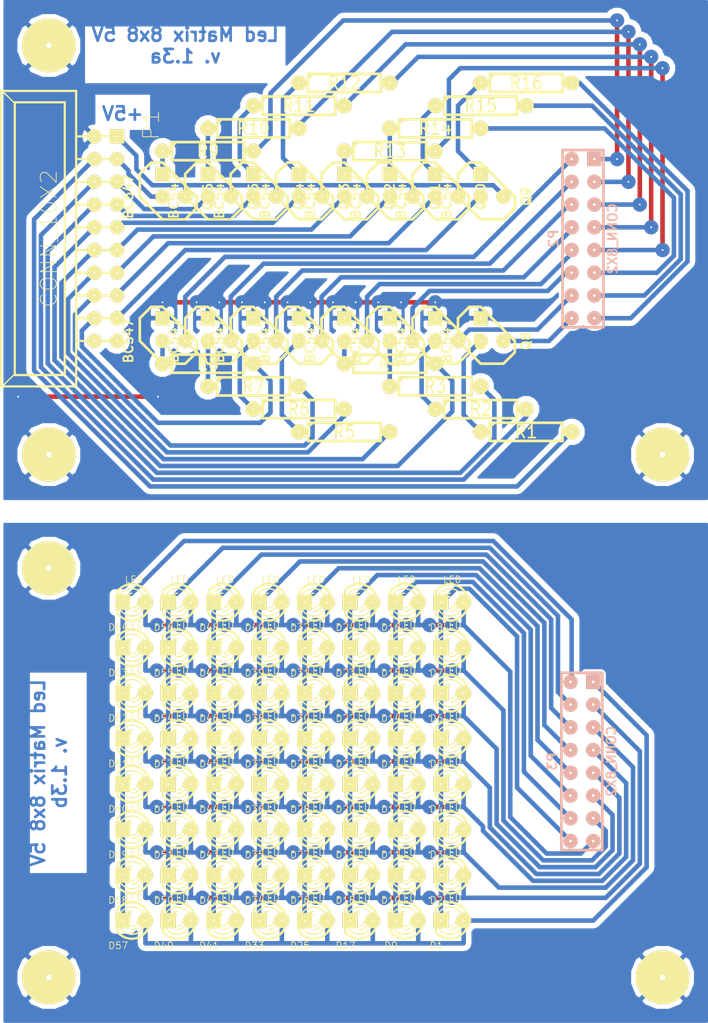
<source format=kicad_pcb>
(kicad_pcb (version 3) (host pcbnew "(2013-07-07 BZR 4022)-stable")
  (layers (15 F.Cu signal) (0 B.Cu signal) (18 B.Paste user) (19 F.Paste user) (20 B.SilkS user) (21 F.SilkS user) (22 B.Mask user) (23 F.Mask user) (28 Edge.Cuts user))
  (net 0 "")
  (net 1 GND)
  (net 2 N-000001)
  (net 3 N-0000010)
  (net 4 N-0000011)
  (net 5 N-0000012)
  (net 6 N-0000013)
  (net 7 N-0000014)
  (net 8 N-0000015)
  (net 9 N-0000016)
  (net 10 N-0000017)
  (net 11 N-0000018)
  (net 12 N-0000019)
  (net 13 N-000002)
  (net 14 N-0000020)
  (net 15 N-0000021)
  (net 16 N-0000022)
  (net 17 N-0000023)
  (net 18 N-0000024)
  (net 19 N-0000025)
  (net 20 N-0000026)
  (net 21 N-0000028)
  (net 22 N-0000029)
  (net 23 N-000003)
  (net 24 N-0000030)
  (net 25 N-0000031)
  (net 26 N-0000032)
  (net 27 N-0000033)
  (net 28 N-0000034)
  (net 29 N-0000035)
  (net 30 N-0000036)
  (net 31 N-0000037)
  (net 32 N-0000038)
  (net 33 N-0000039)
  (net 34 N-000004)
  (net 35 N-0000040)
  (net 36 N-0000041)
  (net 37 N-0000042)
  (net 38 N-0000043)
  (net 39 N-0000044)
  (net 40 N-0000045)
  (net 41 N-0000046)
  (net 42 N-0000047)
  (net 43 N-0000048)
  (net 44 N-0000049)
  (net 45 N-000005)
  (net 46 N-0000050)
  (net 47 N-0000053)
  (net 48 N-0000054)
  (net 49 N-0000055)
  (net 50 N-0000056)
  (net 51 N-0000057)
  (net 52 N-0000058)
  (net 53 N-0000059)
  (net 54 N-0000060)
  (net 55 N-0000061)
  (net 56 N-0000062)
  (net 57 N-0000063)
  (net 58 N-0000064)
  (net 59 N-0000065)
  (net 60 N-0000066)
  (net 61 N-0000067)
  (net 62 N-0000068)
  (net 63 N-000007)
  (net 64 N-000008)
  (net 65 N-000009)
  (net 66 VCC)
  (module VASCH10x2_90 (layer F.Cu) (at 110.49 115.57 270)
    (fp_text reference P1 (at -12.7 -5.08 270) (layer F.SilkS) (effects (font (size 1.778 1.778) (thickness 0.0889))))
    (fp_text value CONN_10X2 (at 0 6.35 270) (layer F.SilkS) (effects (font (size 1.778 1.778) (thickness 0.0889))))
    (pad 1 thru_hole circle (at -11.43 1.27 270) (size 1.6 1.6) (drill 0.2) (layers *.Cu F.Paste F.SilkS F.Mask) (net 1 GND))
    (pad 2 thru_hole rect (at -11.43 -1.27 270) (size 1.6 1.6) (drill 0.2) (layers *.Cu F.Paste F.SilkS F.Mask) (net 66 VCC))
    (pad 3 thru_hole circle (at -8.89 1.27 270) (size 1.6 1.6) (drill 0.2) (layers *.Cu F.Paste F.SilkS F.Mask) (net 37 N-0000042))
    (pad 4 thru_hole circle (at -8.89 -1.27 270) (size 1.6 1.6) (drill 0.2) (layers *.Cu F.Paste F.SilkS F.Mask) (net 11 N-0000018))
    (pad 5 thru_hole circle (at -6.35 1.27 270) (size 1.6 1.6) (drill 0.2) (layers *.Cu F.Paste F.SilkS F.Mask) (net 29 N-0000035))
    (pad 6 thru_hole circle (at -6.35 -1.27 270) (size 1.6 1.6) (drill 0.2) (layers *.Cu F.Paste F.SilkS F.Mask) (net 12 N-0000019))
    (pad 7 thru_hole circle (at -3.81 1.27 270) (size 1.6 1.6) (drill 0.2) (layers *.Cu F.Paste F.SilkS F.Mask) (net 30 N-0000036))
    (pad 8 thru_hole circle (at -3.81 -1.27 270) (size 1.6 1.6) (drill 0.2) (layers *.Cu F.Paste F.SilkS F.Mask) (net 14 N-0000020))
    (pad 9 thru_hole circle (at -1.27 1.27 270) (size 1.6 1.6) (drill 0.2) (layers *.Cu F.Paste F.SilkS F.Mask) (net 31 N-0000037))
    (pad 10 thru_hole circle (at -1.27 -1.27 270) (size 1.6 1.6) (drill 0.2) (layers *.Cu F.Paste F.SilkS F.Mask) (net 65 N-000009))
    (pad 11 thru_hole circle (at 1.27 1.27 270) (size 1.6 1.6) (drill 0.2) (layers *.Cu F.Paste F.SilkS F.Mask) (net 32 N-0000038))
    (pad 12 thru_hole circle (at 1.27 -1.27 270) (size 1.6 1.6) (drill 0.2) (layers *.Cu F.Paste F.SilkS F.Mask) (net 15 N-0000021))
    (pad 13 thru_hole circle (at 3.81 1.27 270) (size 1.6 1.6) (drill 0.2) (layers *.Cu F.Paste F.SilkS F.Mask) (net 33 N-0000039))
    (pad 14 thru_hole circle (at 3.81 -1.27 270) (size 1.6 1.6) (drill 0.2) (layers *.Cu F.Paste F.SilkS F.Mask) (net 34 N-000004))
    (pad 15 thru_hole circle (at 6.35 1.27 270) (size 1.6 1.6) (drill 0.2) (layers *.Cu F.Paste F.SilkS F.Mask) (net 35 N-0000040))
    (pad 16 thru_hole circle (at 6.35 -1.27 270) (size 1.6 1.6) (drill 0.2) (layers *.Cu F.Paste F.SilkS F.Mask) (net 63 N-000007))
    (pad 17 thru_hole circle (at 8.89 1.27 270) (size 1.6 1.6) (drill 0.2) (layers *.Cu *.Mask F.SilkS) (net 36 N-0000041))
    (pad 18 thru_hole circle (at 8.89 -1.27 270) (size 1.6 1.6) (drill 0.2) (layers *.Cu *.Mask F.SilkS) (net 2 N-000001))
    (pad 19 thru_hole circle (at 11.43 1.27 270) (size 1.6 1.6) (drill 0.2) (layers *.Cu *.Mask F.SilkS))
    (pad 20 thru_hole circle (at 11.43 -1.27 270) (size 1.6 1.6) (drill 0.2) (layers *.Cu *.Mask F.SilkS))
  )
  (module TO92_123 (layer F.Cu) (at 118.11 109.601 90)
    (fp_text reference Q16 (at -1.27 3.81 90) (layer F.SilkS) (effects (font (size 1.016 1.016) (thickness 0.2032))))
    (fp_text value BC547 (at -1.27 -5.08 90) (layer F.SilkS) (effects (font (size 1.016 1.016) (thickness 0.2032))))
    (pad 3 thru_hole rect (at 1.27 -1.27 90) (size 1.6 1.6) (drill 0.2) (layers *.Cu *.Mask F.SilkS) (net 4 N-0000011))
    (pad 2 thru_hole circle (at -1.27 -1.27 90) (size 1.6 1.6) (drill 0.2) (layers *.Cu *.Mask F.SilkS) (net 11 N-0000018))
    (pad 1 thru_hole circle (at -1.27 1.27 90) (size 1.6 1.6) (drill 0.2) (layers *.Cu *.Mask F.SilkS) (net 66 VCC))
  )
  (module TO92_123 (layer F.Cu) (at 153.67 109.601 90)
    (fp_text reference Q9 (at -1.27 3.81 90) (layer F.SilkS) (effects (font (size 1.016 1.016) (thickness 0.2032))))
    (fp_text value BC547 (at -1.27 -5.08 90) (layer F.SilkS) (effects (font (size 1.016 1.016) (thickness 0.2032))))
    (pad 3 thru_hole rect (at 1.27 -1.27 90) (size 1.6 1.6) (drill 0.2) (layers *.Cu *.Mask F.SilkS) (net 3 N-0000010))
    (pad 2 thru_hole circle (at -1.27 -1.27 90) (size 1.6 1.6) (drill 0.2) (layers *.Cu *.Mask F.SilkS) (net 2 N-000001))
    (pad 1 thru_hole circle (at -1.27 1.27 90) (size 1.6 1.6) (drill 0.2) (layers *.Cu *.Mask F.SilkS) (net 66 VCC))
  )
  (module TO92_123 (layer F.Cu) (at 148.59 109.601 90)
    (fp_text reference Q10 (at -1.27 3.81 90) (layer F.SilkS) (effects (font (size 1.016 1.016) (thickness 0.2032))))
    (fp_text value BC547 (at -1.27 -5.08 90) (layer F.SilkS) (effects (font (size 1.016 1.016) (thickness 0.2032))))
    (pad 3 thru_hole rect (at 1.27 -1.27 90) (size 1.6 1.6) (drill 0.2) (layers *.Cu *.Mask F.SilkS) (net 64 N-000008))
    (pad 2 thru_hole circle (at -1.27 -1.27 90) (size 1.6 1.6) (drill 0.2) (layers *.Cu *.Mask F.SilkS) (net 63 N-000007))
    (pad 1 thru_hole circle (at -1.27 1.27 90) (size 1.6 1.6) (drill 0.2) (layers *.Cu *.Mask F.SilkS) (net 66 VCC))
  )
  (module TO92_123 (layer F.Cu) (at 143.51 109.601 90)
    (fp_text reference Q11 (at -1.27 3.81 90) (layer F.SilkS) (effects (font (size 1.016 1.016) (thickness 0.2032))))
    (fp_text value BC547 (at -1.27 -5.08 90) (layer F.SilkS) (effects (font (size 1.016 1.016) (thickness 0.2032))))
    (pad 3 thru_hole rect (at 1.27 -1.27 90) (size 1.6 1.6) (drill 0.2) (layers *.Cu *.Mask F.SilkS) (net 45 N-000005))
    (pad 2 thru_hole circle (at -1.27 -1.27 90) (size 1.6 1.6) (drill 0.2) (layers *.Cu *.Mask F.SilkS) (net 34 N-000004))
    (pad 1 thru_hole circle (at -1.27 1.27 90) (size 1.6 1.6) (drill 0.2) (layers *.Cu *.Mask F.SilkS) (net 66 VCC))
  )
  (module TO92_123 (layer F.Cu) (at 138.43 109.601 90)
    (fp_text reference Q12 (at -1.27 3.81 90) (layer F.SilkS) (effects (font (size 1.016 1.016) (thickness 0.2032))))
    (fp_text value BC547 (at -1.27 -5.08 90) (layer F.SilkS) (effects (font (size 1.016 1.016) (thickness 0.2032))))
    (pad 3 thru_hole rect (at 1.27 -1.27 90) (size 1.6 1.6) (drill 0.2) (layers *.Cu *.Mask F.SilkS) (net 23 N-000003))
    (pad 2 thru_hole circle (at -1.27 -1.27 90) (size 1.6 1.6) (drill 0.2) (layers *.Cu *.Mask F.SilkS) (net 15 N-0000021))
    (pad 1 thru_hole circle (at -1.27 1.27 90) (size 1.6 1.6) (drill 0.2) (layers *.Cu *.Mask F.SilkS) (net 66 VCC))
  )
  (module TO92_123 (layer F.Cu) (at 133.35 109.601 90)
    (fp_text reference Q13 (at -1.27 3.81 90) (layer F.SilkS) (effects (font (size 1.016 1.016) (thickness 0.2032))))
    (fp_text value BC547 (at -1.27 -5.08 90) (layer F.SilkS) (effects (font (size 1.016 1.016) (thickness 0.2032))))
    (pad 3 thru_hole rect (at 1.27 -1.27 90) (size 1.6 1.6) (drill 0.2) (layers *.Cu *.Mask F.SilkS) (net 13 N-000002))
    (pad 2 thru_hole circle (at -1.27 -1.27 90) (size 1.6 1.6) (drill 0.2) (layers *.Cu *.Mask F.SilkS) (net 65 N-000009))
    (pad 1 thru_hole circle (at -1.27 1.27 90) (size 1.6 1.6) (drill 0.2) (layers *.Cu *.Mask F.SilkS) (net 66 VCC))
  )
  (module TO92_123 (layer F.Cu) (at 128.27 109.601 90)
    (fp_text reference Q14 (at -1.27 3.81 90) (layer F.SilkS) (effects (font (size 1.016 1.016) (thickness 0.2032))))
    (fp_text value BC547 (at -1.27 -5.08 90) (layer F.SilkS) (effects (font (size 1.016 1.016) (thickness 0.2032))))
    (pad 3 thru_hole rect (at 1.27 -1.27 90) (size 1.6 1.6) (drill 0.2) (layers *.Cu *.Mask F.SilkS) (net 6 N-0000013))
    (pad 2 thru_hole circle (at -1.27 -1.27 90) (size 1.6 1.6) (drill 0.2) (layers *.Cu *.Mask F.SilkS) (net 14 N-0000020))
    (pad 1 thru_hole circle (at -1.27 1.27 90) (size 1.6 1.6) (drill 0.2) (layers *.Cu *.Mask F.SilkS) (net 66 VCC))
  )
  (module TO92_123 (layer F.Cu) (at 123.19 109.601 90)
    (fp_text reference Q15 (at -1.27 3.81 90) (layer F.SilkS) (effects (font (size 1.016 1.016) (thickness 0.2032))))
    (fp_text value BC547 (at -1.27 -5.08 90) (layer F.SilkS) (effects (font (size 1.016 1.016) (thickness 0.2032))))
    (pad 3 thru_hole rect (at 1.27 -1.27 90) (size 1.6 1.6) (drill 0.2) (layers *.Cu *.Mask F.SilkS) (net 5 N-0000012))
    (pad 2 thru_hole circle (at -1.27 -1.27 90) (size 1.6 1.6) (drill 0.2) (layers *.Cu *.Mask F.SilkS) (net 12 N-0000019))
    (pad 1 thru_hole circle (at -1.27 1.27 90) (size 1.6 1.6) (drill 0.2) (layers *.Cu *.Mask F.SilkS) (net 66 VCC))
  )
  (module TO92_123 (layer F.Cu) (at 143.51 125.73 90)
    (fp_text reference Q6 (at -1.27 3.81 90) (layer F.SilkS) (effects (font (size 1.016 1.016) (thickness 0.2032))))
    (fp_text value BC547 (at -1.27 -5.08 90) (layer F.SilkS) (effects (font (size 1.016 1.016) (thickness 0.2032))))
    (pad 3 thru_hole rect (at 1.27 -1.27 90) (size 1.6 1.6) (drill 0.2) (layers *.Cu *.Mask F.SilkS) (net 1 GND))
    (pad 2 thru_hole circle (at -1.27 -1.27 90) (size 1.6 1.6) (drill 0.2) (layers *.Cu *.Mask F.SilkS) (net 8 N-0000015))
    (pad 1 thru_hole circle (at -1.27 1.27 90) (size 1.6 1.6) (drill 0.2) (layers *.Cu *.Mask F.SilkS) (net 28 N-0000034))
  )
  (module TO92_123 (layer F.Cu) (at 148.59 125.73 90)
    (fp_text reference Q7 (at -1.27 3.81 90) (layer F.SilkS) (effects (font (size 1.016 1.016) (thickness 0.2032))))
    (fp_text value BC547 (at -1.27 -5.08 90) (layer F.SilkS) (effects (font (size 1.016 1.016) (thickness 0.2032))))
    (pad 3 thru_hole rect (at 1.27 -1.27 90) (size 1.6 1.6) (drill 0.2) (layers *.Cu *.Mask F.SilkS) (net 1 GND))
    (pad 2 thru_hole circle (at -1.27 -1.27 90) (size 1.6 1.6) (drill 0.2) (layers *.Cu *.Mask F.SilkS) (net 9 N-0000016))
    (pad 1 thru_hole circle (at -1.27 1.27 90) (size 1.6 1.6) (drill 0.2) (layers *.Cu *.Mask F.SilkS) (net 27 N-0000033))
  )
  (module TO92_123 (layer F.Cu) (at 118.11 125.73 90)
    (fp_text reference Q1 (at -1.27 3.81 90) (layer F.SilkS) (effects (font (size 1.016 1.016) (thickness 0.2032))))
    (fp_text value BC547 (at -1.27 -5.08 90) (layer F.SilkS) (effects (font (size 1.016 1.016) (thickness 0.2032))))
    (pad 3 thru_hole rect (at 1.27 -1.27 90) (size 1.6 1.6) (drill 0.2) (layers *.Cu *.Mask F.SilkS) (net 1 GND))
    (pad 2 thru_hole circle (at -1.27 -1.27 90) (size 1.6 1.6) (drill 0.2) (layers *.Cu *.Mask F.SilkS) (net 26 N-0000032))
    (pad 1 thru_hole circle (at -1.27 1.27 90) (size 1.6 1.6) (drill 0.2) (layers *.Cu *.Mask F.SilkS) (net 25 N-0000031))
  )
  (module TO92_123 (layer F.Cu) (at 133.35 125.73 90)
    (fp_text reference Q4 (at -1.27 3.81 90) (layer F.SilkS) (effects (font (size 1.016 1.016) (thickness 0.2032))))
    (fp_text value BC547 (at -1.27 -5.08 90) (layer F.SilkS) (effects (font (size 1.016 1.016) (thickness 0.2032))))
    (pad 3 thru_hole rect (at 1.27 -1.27 90) (size 1.6 1.6) (drill 0.2) (layers *.Cu *.Mask F.SilkS) (net 1 GND))
    (pad 2 thru_hole circle (at -1.27 -1.27 90) (size 1.6 1.6) (drill 0.2) (layers *.Cu *.Mask F.SilkS) (net 24 N-0000030))
    (pad 1 thru_hole circle (at -1.27 1.27 90) (size 1.6 1.6) (drill 0.2) (layers *.Cu *.Mask F.SilkS) (net 22 N-0000029))
  )
  (module TO92_123 (layer F.Cu) (at 123.19 125.73 90)
    (fp_text reference Q2 (at -1.27 3.81 90) (layer F.SilkS) (effects (font (size 1.016 1.016) (thickness 0.2032))))
    (fp_text value BC547 (at -1.27 -5.08 90) (layer F.SilkS) (effects (font (size 1.016 1.016) (thickness 0.2032))))
    (pad 3 thru_hole rect (at 1.27 -1.27 90) (size 1.6 1.6) (drill 0.2) (layers *.Cu *.Mask F.SilkS) (net 1 GND))
    (pad 2 thru_hole circle (at -1.27 -1.27 90) (size 1.6 1.6) (drill 0.2) (layers *.Cu *.Mask F.SilkS) (net 16 N-0000022))
    (pad 1 thru_hole circle (at -1.27 1.27 90) (size 1.6 1.6) (drill 0.2) (layers *.Cu *.Mask F.SilkS) (net 21 N-0000028))
  )
  (module TO92_123 (layer F.Cu) (at 153.67 125.73 90)
    (fp_text reference Q8 (at -1.27 3.81 90) (layer F.SilkS) (effects (font (size 1.016 1.016) (thickness 0.2032))))
    (fp_text value BC547 (at -1.27 -5.08 90) (layer F.SilkS) (effects (font (size 1.016 1.016) (thickness 0.2032))))
    (pad 3 thru_hole rect (at 1.27 -1.27 90) (size 1.6 1.6) (drill 0.2) (layers *.Cu *.Mask F.SilkS) (net 1 GND))
    (pad 2 thru_hole circle (at -1.27 -1.27 90) (size 1.6 1.6) (drill 0.2) (layers *.Cu *.Mask F.SilkS) (net 10 N-0000017))
    (pad 1 thru_hole circle (at -1.27 1.27 90) (size 1.6 1.6) (drill 0.2) (layers *.Cu *.Mask F.SilkS) (net 20 N-0000026))
  )
  (module TO92_123 (layer F.Cu) (at 128.27 125.73 90)
    (fp_text reference Q3 (at -1.27 3.81 90) (layer F.SilkS) (effects (font (size 1.016 1.016) (thickness 0.2032))))
    (fp_text value BC547 (at -1.27 -5.08 90) (layer F.SilkS) (effects (font (size 1.016 1.016) (thickness 0.2032))))
    (pad 3 thru_hole rect (at 1.27 -1.27 90) (size 1.6 1.6) (drill 0.2) (layers *.Cu *.Mask F.SilkS) (net 1 GND))
    (pad 2 thru_hole circle (at -1.27 -1.27 90) (size 1.6 1.6) (drill 0.2) (layers *.Cu *.Mask F.SilkS) (net 19 N-0000025))
    (pad 1 thru_hole circle (at -1.27 1.27 90) (size 1.6 1.6) (drill 0.2) (layers *.Cu *.Mask F.SilkS) (net 18 N-0000024))
  )
  (module TO92_123 (layer F.Cu) (at 138.43 125.73 90)
    (fp_text reference Q5 (at -1.27 3.81 90) (layer F.SilkS) (effects (font (size 1.016 1.016) (thickness 0.2032))))
    (fp_text value BC547 (at -1.27 -5.08 90) (layer F.SilkS) (effects (font (size 1.016 1.016) (thickness 0.2032))))
    (pad 3 thru_hole rect (at 1.27 -1.27 90) (size 1.6 1.6) (drill 0.2) (layers *.Cu *.Mask F.SilkS) (net 1 GND))
    (pad 2 thru_hole circle (at -1.27 -1.27 90) (size 1.6 1.6) (drill 0.2) (layers *.Cu *.Mask F.SilkS) (net 7 N-0000014))
    (pad 1 thru_hole circle (at -1.27 1.27 90) (size 1.6 1.6) (drill 0.2) (layers *.Cu *.Mask F.SilkS) (net 17 N-0000023))
  )
  (module R4_LARGE_PADS (layer F.Cu) (at 157.48 137.16)
    (fp_text reference R1 (at 0 0) (layer F.SilkS) (effects (font (size 1.397 1.27) (thickness 0.2032))))
    (fp_text value R hide)
    (pad 1 thru_hole circle (at -5.08 0) (size 1.7 1.7) (drill 0.2) (layers *.Cu *.Mask F.SilkS) (net 10 N-0000017))
    (pad 2 thru_hole circle (at 5.08 0) (size 1.7 1.7) (drill 0.2) (layers *.Cu *.Mask F.SilkS) (net 37 N-0000042))
  )
  (module R4_LARGE_PADS (layer F.Cu) (at 157.48 98.171)
    (fp_text reference R16 (at 0 0) (layer F.SilkS) (effects (font (size 1.397 1.27) (thickness 0.2032))))
    (fp_text value R hide)
    (pad 1 thru_hole circle (at -5.08 0) (size 1.7 1.7) (drill 0.2) (layers *.Cu *.Mask F.SilkS) (net 3 N-0000010))
    (pad 2 thru_hole circle (at 5.08 0) (size 1.7 1.7) (drill 0.2) (layers *.Cu *.Mask F.SilkS) (net 44 N-0000049))
  )
  (module R4_LARGE_PADS (layer F.Cu) (at 152.4 100.711)
    (fp_text reference R15 (at 0 0) (layer F.SilkS) (effects (font (size 1.397 1.27) (thickness 0.2032))))
    (fp_text value R hide)
    (pad 1 thru_hole circle (at -5.08 0) (size 1.7 1.7) (drill 0.2) (layers *.Cu *.Mask F.SilkS) (net 64 N-000008))
    (pad 2 thru_hole circle (at 5.08 0) (size 1.7 1.7) (drill 0.2) (layers *.Cu *.Mask F.SilkS) (net 46 N-0000050))
  )
  (module R4_LARGE_PADS (layer F.Cu) (at 147.32 103.251)
    (fp_text reference R14 (at 0 0) (layer F.SilkS) (effects (font (size 1.397 1.27) (thickness 0.2032))))
    (fp_text value R hide)
    (pad 1 thru_hole circle (at -5.08 0) (size 1.7 1.7) (drill 0.2) (layers *.Cu *.Mask F.SilkS) (net 45 N-000005))
    (pad 2 thru_hole circle (at 5.08 0) (size 1.7 1.7) (drill 0.2) (layers *.Cu *.Mask F.SilkS) (net 43 N-0000048))
  )
  (module R4_LARGE_PADS (layer F.Cu) (at 142.24 105.791)
    (fp_text reference R13 (at 0 0) (layer F.SilkS) (effects (font (size 1.397 1.27) (thickness 0.2032))))
    (fp_text value R hide)
    (pad 1 thru_hole circle (at -5.08 0) (size 1.7 1.7) (drill 0.2) (layers *.Cu *.Mask F.SilkS) (net 23 N-000003))
    (pad 2 thru_hole circle (at 5.08 0) (size 1.7 1.7) (drill 0.2) (layers *.Cu *.Mask F.SilkS) (net 42 N-0000047))
  )
  (module R4_LARGE_PADS (layer F.Cu) (at 137.16 98.171)
    (fp_text reference R12 (at 0 0) (layer F.SilkS) (effects (font (size 1.397 1.27) (thickness 0.2032))))
    (fp_text value R hide)
    (pad 1 thru_hole circle (at -5.08 0) (size 1.7 1.7) (drill 0.2) (layers *.Cu *.Mask F.SilkS) (net 13 N-000002))
    (pad 2 thru_hole circle (at 5.08 0) (size 1.7 1.7) (drill 0.2) (layers *.Cu *.Mask F.SilkS) (net 41 N-0000046))
  )
  (module R4_LARGE_PADS (layer F.Cu) (at 132.08 100.711)
    (fp_text reference R11 (at 0 0) (layer F.SilkS) (effects (font (size 1.397 1.27) (thickness 0.2032))))
    (fp_text value R hide)
    (pad 1 thru_hole circle (at -5.08 0) (size 1.7 1.7) (drill 0.2) (layers *.Cu *.Mask F.SilkS) (net 6 N-0000013))
    (pad 2 thru_hole circle (at 5.08 0) (size 1.7 1.7) (drill 0.2) (layers *.Cu *.Mask F.SilkS) (net 40 N-0000045))
  )
  (module R4_LARGE_PADS (layer F.Cu) (at 127 103.251)
    (fp_text reference R10 (at 0 0) (layer F.SilkS) (effects (font (size 1.397 1.27) (thickness 0.2032))))
    (fp_text value R hide)
    (pad 1 thru_hole circle (at -5.08 0) (size 1.7 1.7) (drill 0.2) (layers *.Cu *.Mask F.SilkS) (net 5 N-0000012))
    (pad 2 thru_hole circle (at 5.08 0) (size 1.7 1.7) (drill 0.2) (layers *.Cu *.Mask F.SilkS) (net 39 N-0000044))
  )
  (module R4_LARGE_PADS (layer F.Cu) (at 121.92 105.791)
    (fp_text reference R9 (at 0 0) (layer F.SilkS) (effects (font (size 1.397 1.27) (thickness 0.2032))))
    (fp_text value R hide)
    (pad 1 thru_hole circle (at -5.08 0) (size 1.7 1.7) (drill 0.2) (layers *.Cu *.Mask F.SilkS) (net 4 N-0000011))
    (pad 2 thru_hole circle (at 5.08 0) (size 1.7 1.7) (drill 0.2) (layers *.Cu *.Mask F.SilkS) (net 38 N-0000043))
  )
  (module R4_LARGE_PADS (layer F.Cu) (at 121.92 129.54)
    (fp_text reference R8 (at 0 0) (layer F.SilkS) (effects (font (size 1.397 1.27) (thickness 0.2032))))
    (fp_text value R hide)
    (pad 1 thru_hole circle (at -5.08 0) (size 1.7 1.7) (drill 0.2) (layers *.Cu *.Mask F.SilkS) (net 26 N-0000032))
    (pad 2 thru_hole circle (at 5.08 0) (size 1.7 1.7) (drill 0.2) (layers *.Cu *.Mask F.SilkS) (net 36 N-0000041))
  )
  (module R4_LARGE_PADS (layer F.Cu) (at 127 132.08)
    (fp_text reference R7 (at 0 0) (layer F.SilkS) (effects (font (size 1.397 1.27) (thickness 0.2032))))
    (fp_text value R hide)
    (pad 1 thru_hole circle (at -5.08 0) (size 1.7 1.7) (drill 0.2) (layers *.Cu *.Mask F.SilkS) (net 16 N-0000022))
    (pad 2 thru_hole circle (at 5.08 0) (size 1.7 1.7) (drill 0.2) (layers *.Cu *.Mask F.SilkS) (net 35 N-0000040))
  )
  (module R4_LARGE_PADS (layer F.Cu) (at 132.08 134.62)
    (fp_text reference R6 (at 0 0) (layer F.SilkS) (effects (font (size 1.397 1.27) (thickness 0.2032))))
    (fp_text value R hide)
    (pad 1 thru_hole circle (at -5.08 0) (size 1.7 1.7) (drill 0.2) (layers *.Cu *.Mask F.SilkS) (net 19 N-0000025))
    (pad 2 thru_hole circle (at 5.08 0) (size 1.7 1.7) (drill 0.2) (layers *.Cu *.Mask F.SilkS) (net 33 N-0000039))
  )
  (module R4_LARGE_PADS (layer F.Cu) (at 137.16 137.16)
    (fp_text reference R5 (at 0 0) (layer F.SilkS) (effects (font (size 1.397 1.27) (thickness 0.2032))))
    (fp_text value R hide)
    (pad 1 thru_hole circle (at -5.08 0) (size 1.7 1.7) (drill 0.2) (layers *.Cu *.Mask F.SilkS) (net 24 N-0000030))
    (pad 2 thru_hole circle (at 5.08 0) (size 1.7 1.7) (drill 0.2) (layers *.Cu *.Mask F.SilkS) (net 32 N-0000038))
  )
  (module R4_LARGE_PADS (layer F.Cu) (at 142.24 129.54)
    (fp_text reference R4 (at 0 0) (layer F.SilkS) (effects (font (size 1.397 1.27) (thickness 0.2032))))
    (fp_text value R hide)
    (pad 1 thru_hole circle (at -5.08 0) (size 1.7 1.7) (drill 0.2) (layers *.Cu *.Mask F.SilkS) (net 7 N-0000014))
    (pad 2 thru_hole circle (at 5.08 0) (size 1.7 1.7) (drill 0.2) (layers *.Cu *.Mask F.SilkS) (net 31 N-0000037))
  )
  (module R4_LARGE_PADS (layer F.Cu) (at 147.32 132.08)
    (fp_text reference R3 (at 0 0) (layer F.SilkS) (effects (font (size 1.397 1.27) (thickness 0.2032))))
    (fp_text value R hide)
    (pad 1 thru_hole circle (at -5.08 0) (size 1.7 1.7) (drill 0.2) (layers *.Cu *.Mask F.SilkS) (net 8 N-0000015))
    (pad 2 thru_hole circle (at 5.08 0) (size 1.7 1.7) (drill 0.2) (layers *.Cu *.Mask F.SilkS) (net 30 N-0000036))
  )
  (module R4_LARGE_PADS (layer F.Cu) (at 152.4 134.62)
    (fp_text reference R2 (at 0 0) (layer F.SilkS) (effects (font (size 1.397 1.27) (thickness 0.2032))))
    (fp_text value R hide)
    (pad 1 thru_hole circle (at -5.08 0) (size 1.7 1.7) (drill 0.2) (layers *.Cu *.Mask F.SilkS) (net 9 N-0000016))
    (pad 2 thru_hole circle (at 5.08 0) (size 1.7 1.7) (drill 0.2) (layers *.Cu *.Mask F.SilkS) (net 29 N-0000035))
  )
  (module LED_3MM (layer F.Cu) (at 144.145 156.21 180)
    (fp_text reference D16 (at 1.778 -2.794 180) (layer F.SilkS) (effects (font (size 0.762 0.762) (thickness 0.0889))))
    (fp_text value LED (at 0 2.54 180) (layer F.SilkS) (effects (font (size 0.762 0.762) (thickness 0.0889))))
    (pad 1 thru_hole circle (at -1.27 0 180) (size 1.7 1.7) (drill 0.2) (layers *.Cu *.Mask F.SilkS) (net 60 N-0000066))
    (pad 2 thru_hole rect (at 1.27 0 180) (size 1.7 1.7) (drill 0.2) (layers *.Cu *.Mask F.SilkS) (net 52 N-0000058))
  )
  (module LED_3MM (layer F.Cu) (at 144.145 161.29 180)
    (fp_text reference D15 (at 1.778 -2.794 180) (layer F.SilkS) (effects (font (size 0.762 0.762) (thickness 0.0889))))
    (fp_text value LED (at 0 2.54 180) (layer F.SilkS) (effects (font (size 0.762 0.762) (thickness 0.0889))))
    (pad 1 thru_hole circle (at -1.27 0 180) (size 1.7 1.7) (drill 0.2) (layers *.Cu *.Mask F.SilkS) (net 49 N-0000055))
    (pad 2 thru_hole rect (at 1.27 0 180) (size 1.7 1.7) (drill 0.2) (layers *.Cu *.Mask F.SilkS) (net 52 N-0000058))
  )
  (module LED_3MM (layer F.Cu) (at 144.145 191.77 180)
    (fp_text reference D9 (at 1.778 -2.794 180) (layer F.SilkS) (effects (font (size 0.762 0.762) (thickness 0.0889))))
    (fp_text value LED (at 0 2.54 180) (layer F.SilkS) (effects (font (size 0.762 0.762) (thickness 0.0889))))
    (pad 1 thru_hole circle (at -1.27 0 180) (size 1.7 1.7) (drill 0.2) (layers *.Cu *.Mask F.SilkS) (net 53 N-0000059))
    (pad 2 thru_hole rect (at 1.27 0 180) (size 1.7 1.7) (drill 0.2) (layers *.Cu *.Mask F.SilkS) (net 52 N-0000058))
  )
  (module LED_3MM (layer F.Cu) (at 144.145 176.53 180)
    (fp_text reference D12 (at 1.778 -2.794 180) (layer F.SilkS) (effects (font (size 0.762 0.762) (thickness 0.0889))))
    (fp_text value LED (at 0 2.54 180) (layer F.SilkS) (effects (font (size 0.762 0.762) (thickness 0.0889))))
    (pad 1 thru_hole circle (at -1.27 0 180) (size 1.7 1.7) (drill 0.2) (layers *.Cu *.Mask F.SilkS) (net 47 N-0000053))
    (pad 2 thru_hole rect (at 1.27 0 180) (size 1.7 1.7) (drill 0.2) (layers *.Cu *.Mask F.SilkS) (net 52 N-0000058))
  )
  (module LED_3MM (layer F.Cu) (at 144.145 166.37 180)
    (fp_text reference D14 (at 1.778 -2.794 180) (layer F.SilkS) (effects (font (size 0.762 0.762) (thickness 0.0889))))
    (fp_text value LED (at 0 2.54 180) (layer F.SilkS) (effects (font (size 0.762 0.762) (thickness 0.0889))))
    (pad 1 thru_hole circle (at -1.27 0 180) (size 1.7 1.7) (drill 0.2) (layers *.Cu *.Mask F.SilkS) (net 62 N-0000068))
    (pad 2 thru_hole rect (at 1.27 0 180) (size 1.7 1.7) (drill 0.2) (layers *.Cu *.Mask F.SilkS) (net 52 N-0000058))
  )
  (module LED_3MM (layer F.Cu) (at 144.145 171.45 180)
    (fp_text reference D13 (at 1.778 -2.794 180) (layer F.SilkS) (effects (font (size 0.762 0.762) (thickness 0.0889))))
    (fp_text value LED (at 0 2.54 180) (layer F.SilkS) (effects (font (size 0.762 0.762) (thickness 0.0889))))
    (pad 1 thru_hole circle (at -1.27 0 180) (size 1.7 1.7) (drill 0.2) (layers *.Cu *.Mask F.SilkS) (net 48 N-0000054))
    (pad 2 thru_hole rect (at 1.27 0 180) (size 1.7 1.7) (drill 0.2) (layers *.Cu *.Mask F.SilkS) (net 52 N-0000058))
  )
  (module LED_3MM (layer F.Cu) (at 144.145 186.69 180)
    (fp_text reference D10 (at 1.778 -2.794 180) (layer F.SilkS) (effects (font (size 0.762 0.762) (thickness 0.0889))))
    (fp_text value LED (at 0 2.54 180) (layer F.SilkS) (effects (font (size 0.762 0.762) (thickness 0.0889))))
    (pad 1 thru_hole circle (at -1.27 0 180) (size 1.7 1.7) (drill 0.2) (layers *.Cu *.Mask F.SilkS) (net 55 N-0000061))
    (pad 2 thru_hole rect (at 1.27 0 180) (size 1.7 1.7) (drill 0.2) (layers *.Cu *.Mask F.SilkS) (net 52 N-0000058))
  )
  (module LED_3MM (layer F.Cu) (at 144.145 181.61 180)
    (fp_text reference D11 (at 1.778 -2.794 180) (layer F.SilkS) (effects (font (size 0.762 0.762) (thickness 0.0889))))
    (fp_text value LED (at 0 2.54 180) (layer F.SilkS) (effects (font (size 0.762 0.762) (thickness 0.0889))))
    (pad 1 thru_hole circle (at -1.27 0 180) (size 1.7 1.7) (drill 0.2) (layers *.Cu *.Mask F.SilkS) (net 54 N-0000060))
    (pad 2 thru_hole rect (at 1.27 0 180) (size 1.7 1.7) (drill 0.2) (layers *.Cu *.Mask F.SilkS) (net 52 N-0000058))
  )
  (module LED_3MM (layer F.Cu) (at 149.225 191.77 180)
    (fp_text reference D1 (at 1.778 -2.794 180) (layer F.SilkS) (effects (font (size 0.762 0.762) (thickness 0.0889))))
    (fp_text value LED (at 0 2.54 180) (layer F.SilkS) (effects (font (size 0.762 0.762) (thickness 0.0889))))
    (pad 1 thru_hole circle (at -1.27 0 180) (size 1.7 1.7) (drill 0.2) (layers *.Cu *.Mask F.SilkS) (net 53 N-0000059))
    (pad 2 thru_hole rect (at 1.27 0 180) (size 1.7 1.7) (drill 0.2) (layers *.Cu *.Mask F.SilkS) (net 50 N-0000056))
  )
  (module LED_3MM (layer F.Cu) (at 149.225 186.69 180)
    (fp_text reference D2 (at 1.778 -2.794 180) (layer F.SilkS) (effects (font (size 0.762 0.762) (thickness 0.0889))))
    (fp_text value LED (at 0 2.54 180) (layer F.SilkS) (effects (font (size 0.762 0.762) (thickness 0.0889))))
    (pad 1 thru_hole circle (at -1.27 0 180) (size 1.7 1.7) (drill 0.2) (layers *.Cu *.Mask F.SilkS) (net 55 N-0000061))
    (pad 2 thru_hole rect (at 1.27 0 180) (size 1.7 1.7) (drill 0.2) (layers *.Cu *.Mask F.SilkS) (net 50 N-0000056))
  )
  (module LED_3MM (layer F.Cu) (at 149.225 181.61 180)
    (fp_text reference D3 (at 1.778 -2.794 180) (layer F.SilkS) (effects (font (size 0.762 0.762) (thickness 0.0889))))
    (fp_text value LED (at 0 2.54 180) (layer F.SilkS) (effects (font (size 0.762 0.762) (thickness 0.0889))))
    (pad 1 thru_hole circle (at -1.27 0 180) (size 1.7 1.7) (drill 0.2) (layers *.Cu *.Mask F.SilkS) (net 54 N-0000060))
    (pad 2 thru_hole rect (at 1.27 0 180) (size 1.7 1.7) (drill 0.2) (layers *.Cu *.Mask F.SilkS) (net 50 N-0000056))
  )
  (module LED_3MM (layer F.Cu) (at 149.225 176.53 180)
    (fp_text reference D4 (at 1.778 -2.794 180) (layer F.SilkS) (effects (font (size 0.762 0.762) (thickness 0.0889))))
    (fp_text value LED (at 0 2.54 180) (layer F.SilkS) (effects (font (size 0.762 0.762) (thickness 0.0889))))
    (pad 1 thru_hole circle (at -1.27 0 180) (size 1.7 1.7) (drill 0.2) (layers *.Cu *.Mask F.SilkS) (net 47 N-0000053))
    (pad 2 thru_hole rect (at 1.27 0 180) (size 1.7 1.7) (drill 0.2) (layers *.Cu *.Mask F.SilkS) (net 50 N-0000056))
  )
  (module LED_3MM (layer F.Cu) (at 149.225 171.45 180)
    (fp_text reference D5 (at 1.778 -2.794 180) (layer F.SilkS) (effects (font (size 0.762 0.762) (thickness 0.0889))))
    (fp_text value LED (at 0 2.54 180) (layer F.SilkS) (effects (font (size 0.762 0.762) (thickness 0.0889))))
    (pad 1 thru_hole circle (at -1.27 0 180) (size 1.7 1.7) (drill 0.2) (layers *.Cu *.Mask F.SilkS) (net 48 N-0000054))
    (pad 2 thru_hole rect (at 1.27 0 180) (size 1.7 1.7) (drill 0.2) (layers *.Cu *.Mask F.SilkS) (net 50 N-0000056))
  )
  (module LED_3MM (layer F.Cu) (at 149.225 166.37 180)
    (fp_text reference D6 (at 1.778 -2.794 180) (layer F.SilkS) (effects (font (size 0.762 0.762) (thickness 0.0889))))
    (fp_text value LED (at 0 2.54 180) (layer F.SilkS) (effects (font (size 0.762 0.762) (thickness 0.0889))))
    (pad 1 thru_hole circle (at -1.27 0 180) (size 1.7 1.7) (drill 0.2) (layers *.Cu *.Mask F.SilkS) (net 62 N-0000068))
    (pad 2 thru_hole rect (at 1.27 0 180) (size 1.7 1.7) (drill 0.2) (layers *.Cu *.Mask F.SilkS) (net 50 N-0000056))
  )
  (module LED_3MM (layer F.Cu) (at 149.225 161.29 180)
    (fp_text reference D7 (at 1.778 -2.794 180) (layer F.SilkS) (effects (font (size 0.762 0.762) (thickness 0.0889))))
    (fp_text value LED (at 0 2.54 180) (layer F.SilkS) (effects (font (size 0.762 0.762) (thickness 0.0889))))
    (pad 1 thru_hole circle (at -1.27 0 180) (size 1.7 1.7) (drill 0.2) (layers *.Cu *.Mask F.SilkS) (net 49 N-0000055))
    (pad 2 thru_hole rect (at 1.27 0 180) (size 1.7 1.7) (drill 0.2) (layers *.Cu *.Mask F.SilkS) (net 50 N-0000056))
  )
  (module LED_3MM (layer F.Cu) (at 149.225 156.21 180)
    (fp_text reference D8 (at 1.778 -2.794 180) (layer F.SilkS) (effects (font (size 0.762 0.762) (thickness 0.0889))))
    (fp_text value LED (at 0 2.54 180) (layer F.SilkS) (effects (font (size 0.762 0.762) (thickness 0.0889))))
    (pad 1 thru_hole circle (at -1.27 0 180) (size 1.7 1.7) (drill 0.2) (layers *.Cu *.Mask F.SilkS) (net 60 N-0000066))
    (pad 2 thru_hole rect (at 1.27 0 180) (size 1.7 1.7) (drill 0.2) (layers *.Cu *.Mask F.SilkS) (net 50 N-0000056))
  )
  (module LED_3MM (layer F.Cu) (at 113.665 166.37 180)
    (fp_text reference D62 (at 1.778 -2.794 180) (layer F.SilkS) (effects (font (size 0.762 0.762) (thickness 0.0889))))
    (fp_text value LED (at 0 2.54 180) (layer F.SilkS) (effects (font (size 0.762 0.762) (thickness 0.0889))))
    (pad 1 thru_hole circle (at -1.27 0 180) (size 1.7 1.7) (drill 0.2) (layers *.Cu *.Mask F.SilkS) (net 62 N-0000068))
    (pad 2 thru_hole rect (at 1.27 0 180) (size 1.7 1.7) (drill 0.2) (layers *.Cu *.Mask F.SilkS) (net 56 N-0000062))
  )
  (module LED_3MM (layer F.Cu) (at 123.825 156.21 180)
    (fp_text reference D48 (at 1.778 -2.794 180) (layer F.SilkS) (effects (font (size 0.762 0.762) (thickness 0.0889))))
    (fp_text value LED (at 0 2.54 180) (layer F.SilkS) (effects (font (size 0.762 0.762) (thickness 0.0889))))
    (pad 1 thru_hole circle (at -1.27 0 180) (size 1.7 1.7) (drill 0.2) (layers *.Cu *.Mask F.SilkS) (net 60 N-0000066))
    (pad 2 thru_hole rect (at 1.27 0 180) (size 1.7 1.7) (drill 0.2) (layers *.Cu *.Mask F.SilkS) (net 57 N-0000063))
  )
  (module LED_3MM (layer F.Cu) (at 123.825 161.29 180)
    (fp_text reference D47 (at 1.778 -2.794 180) (layer F.SilkS) (effects (font (size 0.762 0.762) (thickness 0.0889))))
    (fp_text value LED (at 0 2.54 180) (layer F.SilkS) (effects (font (size 0.762 0.762) (thickness 0.0889))))
    (pad 1 thru_hole circle (at -1.27 0 180) (size 1.7 1.7) (drill 0.2) (layers *.Cu *.Mask F.SilkS) (net 49 N-0000055))
    (pad 2 thru_hole rect (at 1.27 0 180) (size 1.7 1.7) (drill 0.2) (layers *.Cu *.Mask F.SilkS) (net 57 N-0000063))
  )
  (module LED_3MM (layer F.Cu) (at 123.825 166.37 180)
    (fp_text reference D46 (at 1.778 -2.794 180) (layer F.SilkS) (effects (font (size 0.762 0.762) (thickness 0.0889))))
    (fp_text value LED (at 0 2.54 180) (layer F.SilkS) (effects (font (size 0.762 0.762) (thickness 0.0889))))
    (pad 1 thru_hole circle (at -1.27 0 180) (size 1.7 1.7) (drill 0.2) (layers *.Cu *.Mask F.SilkS) (net 62 N-0000068))
    (pad 2 thru_hole rect (at 1.27 0 180) (size 1.7 1.7) (drill 0.2) (layers *.Cu *.Mask F.SilkS) (net 57 N-0000063))
  )
  (module LED_3MM (layer F.Cu) (at 123.825 171.45 180)
    (fp_text reference D45 (at 1.778 -2.794 180) (layer F.SilkS) (effects (font (size 0.762 0.762) (thickness 0.0889))))
    (fp_text value LED (at 0 2.54 180) (layer F.SilkS) (effects (font (size 0.762 0.762) (thickness 0.0889))))
    (pad 1 thru_hole circle (at -1.27 0 180) (size 1.7 1.7) (drill 0.2) (layers *.Cu *.Mask F.SilkS) (net 48 N-0000054))
    (pad 2 thru_hole rect (at 1.27 0 180) (size 1.7 1.7) (drill 0.2) (layers *.Cu *.Mask F.SilkS) (net 57 N-0000063))
  )
  (module LED_3MM (layer F.Cu) (at 123.825 176.53 180)
    (fp_text reference D44 (at 1.778 -2.794 180) (layer F.SilkS) (effects (font (size 0.762 0.762) (thickness 0.0889))))
    (fp_text value LED (at 0 2.54 180) (layer F.SilkS) (effects (font (size 0.762 0.762) (thickness 0.0889))))
    (pad 1 thru_hole circle (at -1.27 0 180) (size 1.7 1.7) (drill 0.2) (layers *.Cu *.Mask F.SilkS) (net 47 N-0000053))
    (pad 2 thru_hole rect (at 1.27 0 180) (size 1.7 1.7) (drill 0.2) (layers *.Cu *.Mask F.SilkS) (net 57 N-0000063))
  )
  (module LED_3MM (layer F.Cu) (at 123.825 181.61 180)
    (fp_text reference D43 (at 1.778 -2.794 180) (layer F.SilkS) (effects (font (size 0.762 0.762) (thickness 0.0889))))
    (fp_text value LED (at 0 2.54 180) (layer F.SilkS) (effects (font (size 0.762 0.762) (thickness 0.0889))))
    (pad 1 thru_hole circle (at -1.27 0 180) (size 1.7 1.7) (drill 0.2) (layers *.Cu *.Mask F.SilkS) (net 54 N-0000060))
    (pad 2 thru_hole rect (at 1.27 0 180) (size 1.7 1.7) (drill 0.2) (layers *.Cu *.Mask F.SilkS) (net 57 N-0000063))
  )
  (module LED_3MM (layer F.Cu) (at 123.825 186.69 180)
    (fp_text reference D42 (at 1.778 -2.794 180) (layer F.SilkS) (effects (font (size 0.762 0.762) (thickness 0.0889))))
    (fp_text value LED (at 0 2.54 180) (layer F.SilkS) (effects (font (size 0.762 0.762) (thickness 0.0889))))
    (pad 1 thru_hole circle (at -1.27 0 180) (size 1.7 1.7) (drill 0.2) (layers *.Cu *.Mask F.SilkS) (net 55 N-0000061))
    (pad 2 thru_hole rect (at 1.27 0 180) (size 1.7 1.7) (drill 0.2) (layers *.Cu *.Mask F.SilkS) (net 57 N-0000063))
  )
  (module LED_3MM (layer F.Cu) (at 123.825 191.77 180)
    (fp_text reference D41 (at 1.778 -2.794 180) (layer F.SilkS) (effects (font (size 0.762 0.762) (thickness 0.0889))))
    (fp_text value LED (at 0 2.54 180) (layer F.SilkS) (effects (font (size 0.762 0.762) (thickness 0.0889))))
    (pad 1 thru_hole circle (at -1.27 0 180) (size 1.7 1.7) (drill 0.2) (layers *.Cu *.Mask F.SilkS) (net 53 N-0000059))
    (pad 2 thru_hole rect (at 1.27 0 180) (size 1.7 1.7) (drill 0.2) (layers *.Cu *.Mask F.SilkS) (net 57 N-0000063))
  )
  (module LED_3MM (layer F.Cu) (at 113.665 156.21 180)
    (fp_text reference D64 (at 1.778 -2.794 180) (layer F.SilkS) (effects (font (size 0.762 0.762) (thickness 0.0889))))
    (fp_text value LED (at 0 2.54 180) (layer F.SilkS) (effects (font (size 0.762 0.762) (thickness 0.0889))))
    (pad 1 thru_hole circle (at -1.27 0 180) (size 1.7 1.7) (drill 0.2) (layers *.Cu *.Mask F.SilkS) (net 60 N-0000066))
    (pad 2 thru_hole rect (at 1.27 0 180) (size 1.7 1.7) (drill 0.2) (layers *.Cu *.Mask F.SilkS) (net 56 N-0000062))
  )
  (module LED_3MM (layer F.Cu) (at 113.665 191.77 180)
    (fp_text reference D57 (at 1.778 -2.794 180) (layer F.SilkS) (effects (font (size 0.762 0.762) (thickness 0.0889))))
    (fp_text value LED (at 0 2.54 180) (layer F.SilkS) (effects (font (size 0.762 0.762) (thickness 0.0889))))
    (pad 1 thru_hole circle (at -1.27 0 180) (size 1.7 1.7) (drill 0.2) (layers *.Cu *.Mask F.SilkS) (net 53 N-0000059))
    (pad 2 thru_hole rect (at 1.27 0 180) (size 1.7 1.7) (drill 0.2) (layers *.Cu *.Mask F.SilkS) (net 56 N-0000062))
  )
  (module LED_3MM (layer F.Cu) (at 113.665 161.29 180)
    (fp_text reference D63 (at 1.778 -2.794 180) (layer F.SilkS) (effects (font (size 0.762 0.762) (thickness 0.0889))))
    (fp_text value LED (at 0 2.54 180) (layer F.SilkS) (effects (font (size 0.762 0.762) (thickness 0.0889))))
    (pad 1 thru_hole circle (at -1.27 0 180) (size 1.7 1.7) (drill 0.2) (layers *.Cu *.Mask F.SilkS) (net 49 N-0000055))
    (pad 2 thru_hole rect (at 1.27 0 180) (size 1.7 1.7) (drill 0.2) (layers *.Cu *.Mask F.SilkS) (net 56 N-0000062))
  )
  (module LED_3MM (layer F.Cu) (at 128.905 181.61 180)
    (fp_text reference D35 (at 1.778 -2.794 180) (layer F.SilkS) (effects (font (size 0.762 0.762) (thickness 0.0889))))
    (fp_text value LED (at 0 2.54 180) (layer F.SilkS) (effects (font (size 0.762 0.762) (thickness 0.0889))))
    (pad 1 thru_hole circle (at -1.27 0 180) (size 1.7 1.7) (drill 0.2) (layers *.Cu *.Mask F.SilkS) (net 54 N-0000060))
    (pad 2 thru_hole rect (at 1.27 0 180) (size 1.7 1.7) (drill 0.2) (layers *.Cu *.Mask F.SilkS) (net 61 N-0000067))
  )
  (module LED_3MM (layer F.Cu) (at 113.665 171.45 180)
    (fp_text reference D61 (at 1.778 -2.794 180) (layer F.SilkS) (effects (font (size 0.762 0.762) (thickness 0.0889))))
    (fp_text value LED (at 0 2.54 180) (layer F.SilkS) (effects (font (size 0.762 0.762) (thickness 0.0889))))
    (pad 1 thru_hole circle (at -1.27 0 180) (size 1.7 1.7) (drill 0.2) (layers *.Cu *.Mask F.SilkS) (net 48 N-0000054))
    (pad 2 thru_hole rect (at 1.27 0 180) (size 1.7 1.7) (drill 0.2) (layers *.Cu *.Mask F.SilkS) (net 56 N-0000062))
  )
  (module LED_3MM (layer F.Cu) (at 113.665 186.69 180)
    (fp_text reference D58 (at 1.778 -2.794 180) (layer F.SilkS) (effects (font (size 0.762 0.762) (thickness 0.0889))))
    (fp_text value LED (at 0 2.54 180) (layer F.SilkS) (effects (font (size 0.762 0.762) (thickness 0.0889))))
    (pad 1 thru_hole circle (at -1.27 0 180) (size 1.7 1.7) (drill 0.2) (layers *.Cu *.Mask F.SilkS) (net 55 N-0000061))
    (pad 2 thru_hole rect (at 1.27 0 180) (size 1.7 1.7) (drill 0.2) (layers *.Cu *.Mask F.SilkS) (net 56 N-0000062))
  )
  (module LED_3MM (layer F.Cu) (at 113.665 176.53 180)
    (fp_text reference D60 (at 1.778 -2.794 180) (layer F.SilkS) (effects (font (size 0.762 0.762) (thickness 0.0889))))
    (fp_text value LED (at 0 2.54 180) (layer F.SilkS) (effects (font (size 0.762 0.762) (thickness 0.0889))))
    (pad 1 thru_hole circle (at -1.27 0 180) (size 1.7 1.7) (drill 0.2) (layers *.Cu *.Mask F.SilkS) (net 47 N-0000053))
    (pad 2 thru_hole rect (at 1.27 0 180) (size 1.7 1.7) (drill 0.2) (layers *.Cu *.Mask F.SilkS) (net 56 N-0000062))
  )
  (module LED_3MM (layer F.Cu) (at 113.665 181.61 180)
    (fp_text reference D59 (at 1.778 -2.794 180) (layer F.SilkS) (effects (font (size 0.762 0.762) (thickness 0.0889))))
    (fp_text value LED (at 0 2.54 180) (layer F.SilkS) (effects (font (size 0.762 0.762) (thickness 0.0889))))
    (pad 1 thru_hole circle (at -1.27 0 180) (size 1.7 1.7) (drill 0.2) (layers *.Cu *.Mask F.SilkS) (net 54 N-0000060))
    (pad 2 thru_hole rect (at 1.27 0 180) (size 1.7 1.7) (drill 0.2) (layers *.Cu *.Mask F.SilkS) (net 56 N-0000062))
  )
  (module LED_3MM (layer F.Cu) (at 118.745 156.21 180)
    (fp_text reference D56 (at 1.778 -2.794 180) (layer F.SilkS) (effects (font (size 0.762 0.762) (thickness 0.0889))))
    (fp_text value LED (at 0 2.54 180) (layer F.SilkS) (effects (font (size 0.762 0.762) (thickness 0.0889))))
    (pad 1 thru_hole circle (at -1.27 0 180) (size 1.7 1.7) (drill 0.2) (layers *.Cu *.Mask F.SilkS) (net 60 N-0000066))
    (pad 2 thru_hole rect (at 1.27 0 180) (size 1.7 1.7) (drill 0.2) (layers *.Cu *.Mask F.SilkS) (net 58 N-0000064))
  )
  (module LED_3MM (layer F.Cu) (at 118.745 191.77 180)
    (fp_text reference D49 (at 1.778 -2.794 180) (layer F.SilkS) (effects (font (size 0.762 0.762) (thickness 0.0889))))
    (fp_text value LED (at 0 2.54 180) (layer F.SilkS) (effects (font (size 0.762 0.762) (thickness 0.0889))))
    (pad 1 thru_hole circle (at -1.27 0 180) (size 1.7 1.7) (drill 0.2) (layers *.Cu *.Mask F.SilkS) (net 53 N-0000059))
    (pad 2 thru_hole rect (at 1.27 0 180) (size 1.7 1.7) (drill 0.2) (layers *.Cu *.Mask F.SilkS) (net 58 N-0000064))
  )
  (module LED_3MM (layer F.Cu) (at 118.745 161.29 180)
    (fp_text reference D55 (at 1.778 -2.794 180) (layer F.SilkS) (effects (font (size 0.762 0.762) (thickness 0.0889))))
    (fp_text value LED (at 0 2.54 180) (layer F.SilkS) (effects (font (size 0.762 0.762) (thickness 0.0889))))
    (pad 1 thru_hole circle (at -1.27 0 180) (size 1.7 1.7) (drill 0.2) (layers *.Cu *.Mask F.SilkS) (net 49 N-0000055))
    (pad 2 thru_hole rect (at 1.27 0 180) (size 1.7 1.7) (drill 0.2) (layers *.Cu *.Mask F.SilkS) (net 58 N-0000064))
  )
  (module LED_3MM (layer F.Cu) (at 118.745 166.37 180)
    (fp_text reference D54 (at 1.778 -2.794 180) (layer F.SilkS) (effects (font (size 0.762 0.762) (thickness 0.0889))))
    (fp_text value LED (at 0 2.54 180) (layer F.SilkS) (effects (font (size 0.762 0.762) (thickness 0.0889))))
    (pad 1 thru_hole circle (at -1.27 0 180) (size 1.7 1.7) (drill 0.2) (layers *.Cu *.Mask F.SilkS) (net 62 N-0000068))
    (pad 2 thru_hole rect (at 1.27 0 180) (size 1.7 1.7) (drill 0.2) (layers *.Cu *.Mask F.SilkS) (net 58 N-0000064))
  )
  (module LED_3MM (layer F.Cu) (at 118.745 171.45 180)
    (fp_text reference D53 (at 1.778 -2.794 180) (layer F.SilkS) (effects (font (size 0.762 0.762) (thickness 0.0889))))
    (fp_text value LED (at 0 2.54 180) (layer F.SilkS) (effects (font (size 0.762 0.762) (thickness 0.0889))))
    (pad 1 thru_hole circle (at -1.27 0 180) (size 1.7 1.7) (drill 0.2) (layers *.Cu *.Mask F.SilkS) (net 48 N-0000054))
    (pad 2 thru_hole rect (at 1.27 0 180) (size 1.7 1.7) (drill 0.2) (layers *.Cu *.Mask F.SilkS) (net 58 N-0000064))
  )
  (module LED_3MM (layer F.Cu) (at 118.745 186.69 180)
    (fp_text reference D50 (at 1.778 -2.794 180) (layer F.SilkS) (effects (font (size 0.762 0.762) (thickness 0.0889))))
    (fp_text value LED (at 0 2.54 180) (layer F.SilkS) (effects (font (size 0.762 0.762) (thickness 0.0889))))
    (pad 1 thru_hole circle (at -1.27 0 180) (size 1.7 1.7) (drill 0.2) (layers *.Cu *.Mask F.SilkS) (net 55 N-0000061))
    (pad 2 thru_hole rect (at 1.27 0 180) (size 1.7 1.7) (drill 0.2) (layers *.Cu *.Mask F.SilkS) (net 58 N-0000064))
  )
  (module LED_3MM (layer F.Cu) (at 118.745 176.53 180)
    (fp_text reference D52 (at 1.778 -2.794 180) (layer F.SilkS) (effects (font (size 0.762 0.762) (thickness 0.0889))))
    (fp_text value LED (at 0 2.54 180) (layer F.SilkS) (effects (font (size 0.762 0.762) (thickness 0.0889))))
    (pad 1 thru_hole circle (at -1.27 0 180) (size 1.7 1.7) (drill 0.2) (layers *.Cu *.Mask F.SilkS) (net 47 N-0000053))
    (pad 2 thru_hole rect (at 1.27 0 180) (size 1.7 1.7) (drill 0.2) (layers *.Cu *.Mask F.SilkS) (net 58 N-0000064))
  )
  (module LED_3MM (layer F.Cu) (at 133.985 171.45 180)
    (fp_text reference D29 (at 1.778 -2.794 180) (layer F.SilkS) (effects (font (size 0.762 0.762) (thickness 0.0889))))
    (fp_text value LED (at 0 2.54 180) (layer F.SilkS) (effects (font (size 0.762 0.762) (thickness 0.0889))))
    (pad 1 thru_hole circle (at -1.27 0 180) (size 1.7 1.7) (drill 0.2) (layers *.Cu *.Mask F.SilkS) (net 48 N-0000054))
    (pad 2 thru_hole rect (at 1.27 0 180) (size 1.7 1.7) (drill 0.2) (layers *.Cu *.Mask F.SilkS) (net 59 N-0000065))
  )
  (module LED_3MM (layer F.Cu) (at 139.065 156.21 180)
    (fp_text reference D24 (at 1.778 -2.794 180) (layer F.SilkS) (effects (font (size 0.762 0.762) (thickness 0.0889))))
    (fp_text value LED (at 0 2.54 180) (layer F.SilkS) (effects (font (size 0.762 0.762) (thickness 0.0889))))
    (pad 1 thru_hole circle (at -1.27 0 180) (size 1.7 1.7) (drill 0.2) (layers *.Cu *.Mask F.SilkS) (net 60 N-0000066))
    (pad 2 thru_hole rect (at 1.27 0 180) (size 1.7 1.7) (drill 0.2) (layers *.Cu *.Mask F.SilkS) (net 51 N-0000057))
  )
  (module LED_3MM (layer F.Cu) (at 139.065 161.29 180)
    (fp_text reference D23 (at 1.778 -2.794 180) (layer F.SilkS) (effects (font (size 0.762 0.762) (thickness 0.0889))))
    (fp_text value LED (at 0 2.54 180) (layer F.SilkS) (effects (font (size 0.762 0.762) (thickness 0.0889))))
    (pad 1 thru_hole circle (at -1.27 0 180) (size 1.7 1.7) (drill 0.2) (layers *.Cu *.Mask F.SilkS) (net 49 N-0000055))
    (pad 2 thru_hole rect (at 1.27 0 180) (size 1.7 1.7) (drill 0.2) (layers *.Cu *.Mask F.SilkS) (net 51 N-0000057))
  )
  (module LED_3MM (layer F.Cu) (at 139.065 166.37 180)
    (fp_text reference D22 (at 1.778 -2.794 180) (layer F.SilkS) (effects (font (size 0.762 0.762) (thickness 0.0889))))
    (fp_text value LED (at 0 2.54 180) (layer F.SilkS) (effects (font (size 0.762 0.762) (thickness 0.0889))))
    (pad 1 thru_hole circle (at -1.27 0 180) (size 1.7 1.7) (drill 0.2) (layers *.Cu *.Mask F.SilkS) (net 62 N-0000068))
    (pad 2 thru_hole rect (at 1.27 0 180) (size 1.7 1.7) (drill 0.2) (layers *.Cu *.Mask F.SilkS) (net 51 N-0000057))
  )
  (module LED_3MM (layer F.Cu) (at 139.065 171.45 180)
    (fp_text reference D21 (at 1.778 -2.794 180) (layer F.SilkS) (effects (font (size 0.762 0.762) (thickness 0.0889))))
    (fp_text value LED (at 0 2.54 180) (layer F.SilkS) (effects (font (size 0.762 0.762) (thickness 0.0889))))
    (pad 1 thru_hole circle (at -1.27 0 180) (size 1.7 1.7) (drill 0.2) (layers *.Cu *.Mask F.SilkS) (net 48 N-0000054))
    (pad 2 thru_hole rect (at 1.27 0 180) (size 1.7 1.7) (drill 0.2) (layers *.Cu *.Mask F.SilkS) (net 51 N-0000057))
  )
  (module LED_3MM (layer F.Cu) (at 139.065 176.53 180)
    (fp_text reference D20 (at 1.778 -2.794 180) (layer F.SilkS) (effects (font (size 0.762 0.762) (thickness 0.0889))))
    (fp_text value LED (at 0 2.54 180) (layer F.SilkS) (effects (font (size 0.762 0.762) (thickness 0.0889))))
    (pad 1 thru_hole circle (at -1.27 0 180) (size 1.7 1.7) (drill 0.2) (layers *.Cu *.Mask F.SilkS) (net 47 N-0000053))
    (pad 2 thru_hole rect (at 1.27 0 180) (size 1.7 1.7) (drill 0.2) (layers *.Cu *.Mask F.SilkS) (net 51 N-0000057))
  )
  (module LED_3MM (layer F.Cu) (at 139.065 181.61 180)
    (fp_text reference D19 (at 1.778 -2.794 180) (layer F.SilkS) (effects (font (size 0.762 0.762) (thickness 0.0889))))
    (fp_text value LED (at 0 2.54 180) (layer F.SilkS) (effects (font (size 0.762 0.762) (thickness 0.0889))))
    (pad 1 thru_hole circle (at -1.27 0 180) (size 1.7 1.7) (drill 0.2) (layers *.Cu *.Mask F.SilkS) (net 54 N-0000060))
    (pad 2 thru_hole rect (at 1.27 0 180) (size 1.7 1.7) (drill 0.2) (layers *.Cu *.Mask F.SilkS) (net 51 N-0000057))
  )
  (module LED_3MM (layer F.Cu) (at 139.065 186.69 180)
    (fp_text reference D18 (at 1.778 -2.794 180) (layer F.SilkS) (effects (font (size 0.762 0.762) (thickness 0.0889))))
    (fp_text value LED (at 0 2.54 180) (layer F.SilkS) (effects (font (size 0.762 0.762) (thickness 0.0889))))
    (pad 1 thru_hole circle (at -1.27 0 180) (size 1.7 1.7) (drill 0.2) (layers *.Cu *.Mask F.SilkS) (net 55 N-0000061))
    (pad 2 thru_hole rect (at 1.27 0 180) (size 1.7 1.7) (drill 0.2) (layers *.Cu *.Mask F.SilkS) (net 51 N-0000057))
  )
  (module LED_3MM (layer F.Cu) (at 139.065 191.77 180)
    (fp_text reference D17 (at 1.778 -2.794 180) (layer F.SilkS) (effects (font (size 0.762 0.762) (thickness 0.0889))))
    (fp_text value LED (at 0 2.54 180) (layer F.SilkS) (effects (font (size 0.762 0.762) (thickness 0.0889))))
    (pad 1 thru_hole circle (at -1.27 0 180) (size 1.7 1.7) (drill 0.2) (layers *.Cu *.Mask F.SilkS) (net 53 N-0000059))
    (pad 2 thru_hole rect (at 1.27 0 180) (size 1.7 1.7) (drill 0.2) (layers *.Cu *.Mask F.SilkS) (net 51 N-0000057))
  )
  (module LED_3MM (layer F.Cu) (at 133.985 156.21 180)
    (fp_text reference D32 (at 1.778 -2.794 180) (layer F.SilkS) (effects (font (size 0.762 0.762) (thickness 0.0889))))
    (fp_text value LED (at 0 2.54 180) (layer F.SilkS) (effects (font (size 0.762 0.762) (thickness 0.0889))))
    (pad 1 thru_hole circle (at -1.27 0 180) (size 1.7 1.7) (drill 0.2) (layers *.Cu *.Mask F.SilkS) (net 60 N-0000066))
    (pad 2 thru_hole rect (at 1.27 0 180) (size 1.7 1.7) (drill 0.2) (layers *.Cu *.Mask F.SilkS) (net 59 N-0000065))
  )
  (module LED_3MM (layer F.Cu) (at 133.985 161.29 180)
    (fp_text reference D31 (at 1.778 -2.794 180) (layer F.SilkS) (effects (font (size 0.762 0.762) (thickness 0.0889))))
    (fp_text value LED (at 0 2.54 180) (layer F.SilkS) (effects (font (size 0.762 0.762) (thickness 0.0889))))
    (pad 1 thru_hole circle (at -1.27 0 180) (size 1.7 1.7) (drill 0.2) (layers *.Cu *.Mask F.SilkS) (net 49 N-0000055))
    (pad 2 thru_hole rect (at 1.27 0 180) (size 1.7 1.7) (drill 0.2) (layers *.Cu *.Mask F.SilkS) (net 59 N-0000065))
  )
  (module LED_3MM (layer F.Cu) (at 133.985 166.37 180)
    (fp_text reference D30 (at 1.778 -2.794 180) (layer F.SilkS) (effects (font (size 0.762 0.762) (thickness 0.0889))))
    (fp_text value LED (at 0 2.54 180) (layer F.SilkS) (effects (font (size 0.762 0.762) (thickness 0.0889))))
    (pad 1 thru_hole circle (at -1.27 0 180) (size 1.7 1.7) (drill 0.2) (layers *.Cu *.Mask F.SilkS) (net 62 N-0000068))
    (pad 2 thru_hole rect (at 1.27 0 180) (size 1.7 1.7) (drill 0.2) (layers *.Cu *.Mask F.SilkS) (net 59 N-0000065))
  )
  (module LED_3MM (layer F.Cu) (at 118.745 181.61 180)
    (fp_text reference D51 (at 1.778 -2.794 180) (layer F.SilkS) (effects (font (size 0.762 0.762) (thickness 0.0889))))
    (fp_text value LED (at 0 2.54 180) (layer F.SilkS) (effects (font (size 0.762 0.762) (thickness 0.0889))))
    (pad 1 thru_hole circle (at -1.27 0 180) (size 1.7 1.7) (drill 0.2) (layers *.Cu *.Mask F.SilkS) (net 54 N-0000060))
    (pad 2 thru_hole rect (at 1.27 0 180) (size 1.7 1.7) (drill 0.2) (layers *.Cu *.Mask F.SilkS) (net 58 N-0000064))
  )
  (module LED_3MM (layer F.Cu) (at 133.985 176.53 180)
    (fp_text reference D28 (at 1.778 -2.794 180) (layer F.SilkS) (effects (font (size 0.762 0.762) (thickness 0.0889))))
    (fp_text value LED (at 0 2.54 180) (layer F.SilkS) (effects (font (size 0.762 0.762) (thickness 0.0889))))
    (pad 1 thru_hole circle (at -1.27 0 180) (size 1.7 1.7) (drill 0.2) (layers *.Cu *.Mask F.SilkS) (net 47 N-0000053))
    (pad 2 thru_hole rect (at 1.27 0 180) (size 1.7 1.7) (drill 0.2) (layers *.Cu *.Mask F.SilkS) (net 59 N-0000065))
  )
  (module LED_3MM (layer F.Cu) (at 133.985 181.61 180)
    (fp_text reference D27 (at 1.778 -2.794 180) (layer F.SilkS) (effects (font (size 0.762 0.762) (thickness 0.0889))))
    (fp_text value LED (at 0 2.54 180) (layer F.SilkS) (effects (font (size 0.762 0.762) (thickness 0.0889))))
    (pad 1 thru_hole circle (at -1.27 0 180) (size 1.7 1.7) (drill 0.2) (layers *.Cu *.Mask F.SilkS) (net 54 N-0000060))
    (pad 2 thru_hole rect (at 1.27 0 180) (size 1.7 1.7) (drill 0.2) (layers *.Cu *.Mask F.SilkS) (net 59 N-0000065))
  )
  (module LED_3MM (layer F.Cu) (at 133.985 186.69 180)
    (fp_text reference D26 (at 1.778 -2.794 180) (layer F.SilkS) (effects (font (size 0.762 0.762) (thickness 0.0889))))
    (fp_text value LED (at 0 2.54 180) (layer F.SilkS) (effects (font (size 0.762 0.762) (thickness 0.0889))))
    (pad 1 thru_hole circle (at -1.27 0 180) (size 1.7 1.7) (drill 0.2) (layers *.Cu *.Mask F.SilkS) (net 55 N-0000061))
    (pad 2 thru_hole rect (at 1.27 0 180) (size 1.7 1.7) (drill 0.2) (layers *.Cu *.Mask F.SilkS) (net 59 N-0000065))
  )
  (module LED_3MM (layer F.Cu) (at 133.985 191.77 180)
    (fp_text reference D25 (at 1.778 -2.794 180) (layer F.SilkS) (effects (font (size 0.762 0.762) (thickness 0.0889))))
    (fp_text value LED (at 0 2.54 180) (layer F.SilkS) (effects (font (size 0.762 0.762) (thickness 0.0889))))
    (pad 1 thru_hole circle (at -1.27 0 180) (size 1.7 1.7) (drill 0.2) (layers *.Cu *.Mask F.SilkS) (net 53 N-0000059))
    (pad 2 thru_hole rect (at 1.27 0 180) (size 1.7 1.7) (drill 0.2) (layers *.Cu *.Mask F.SilkS) (net 59 N-0000065))
  )
  (module LED_3MM (layer F.Cu) (at 128.905 156.21 180)
    (fp_text reference D40 (at 1.778 -2.794 180) (layer F.SilkS) (effects (font (size 0.762 0.762) (thickness 0.0889))))
    (fp_text value LED (at 0 2.54 180) (layer F.SilkS) (effects (font (size 0.762 0.762) (thickness 0.0889))))
    (pad 1 thru_hole circle (at -1.27 0 180) (size 1.7 1.7) (drill 0.2) (layers *.Cu *.Mask F.SilkS) (net 60 N-0000066))
    (pad 2 thru_hole rect (at 1.27 0 180) (size 1.7 1.7) (drill 0.2) (layers *.Cu *.Mask F.SilkS) (net 61 N-0000067))
  )
  (module LED_3MM (layer F.Cu) (at 128.905 191.77 180)
    (fp_text reference D33 (at 1.778 -2.794 180) (layer F.SilkS) (effects (font (size 0.762 0.762) (thickness 0.0889))))
    (fp_text value LED (at 0 2.54 180) (layer F.SilkS) (effects (font (size 0.762 0.762) (thickness 0.0889))))
    (pad 1 thru_hole circle (at -1.27 0 180) (size 1.7 1.7) (drill 0.2) (layers *.Cu *.Mask F.SilkS) (net 53 N-0000059))
    (pad 2 thru_hole rect (at 1.27 0 180) (size 1.7 1.7) (drill 0.2) (layers *.Cu *.Mask F.SilkS) (net 61 N-0000067))
  )
  (module LED_3MM (layer F.Cu) (at 128.905 161.29 180)
    (fp_text reference D39 (at 1.778 -2.794 180) (layer F.SilkS) (effects (font (size 0.762 0.762) (thickness 0.0889))))
    (fp_text value LED (at 0 2.54 180) (layer F.SilkS) (effects (font (size 0.762 0.762) (thickness 0.0889))))
    (pad 1 thru_hole circle (at -1.27 0 180) (size 1.7 1.7) (drill 0.2) (layers *.Cu *.Mask F.SilkS) (net 49 N-0000055))
    (pad 2 thru_hole rect (at 1.27 0 180) (size 1.7 1.7) (drill 0.2) (layers *.Cu *.Mask F.SilkS) (net 61 N-0000067))
  )
  (module LED_3MM (layer F.Cu) (at 128.905 166.37 180)
    (fp_text reference D38 (at 1.778 -2.794 180) (layer F.SilkS) (effects (font (size 0.762 0.762) (thickness 0.0889))))
    (fp_text value LED (at 0 2.54 180) (layer F.SilkS) (effects (font (size 0.762 0.762) (thickness 0.0889))))
    (pad 1 thru_hole circle (at -1.27 0 180) (size 1.7 1.7) (drill 0.2) (layers *.Cu *.Mask F.SilkS) (net 62 N-0000068))
    (pad 2 thru_hole rect (at 1.27 0 180) (size 1.7 1.7) (drill 0.2) (layers *.Cu *.Mask F.SilkS) (net 61 N-0000067))
  )
  (module LED_3MM (layer F.Cu) (at 128.905 171.45 180)
    (fp_text reference D37 (at 1.778 -2.794 180) (layer F.SilkS) (effects (font (size 0.762 0.762) (thickness 0.0889))))
    (fp_text value LED (at 0 2.54 180) (layer F.SilkS) (effects (font (size 0.762 0.762) (thickness 0.0889))))
    (pad 1 thru_hole circle (at -1.27 0 180) (size 1.7 1.7) (drill 0.2) (layers *.Cu *.Mask F.SilkS) (net 48 N-0000054))
    (pad 2 thru_hole rect (at 1.27 0 180) (size 1.7 1.7) (drill 0.2) (layers *.Cu *.Mask F.SilkS) (net 61 N-0000067))
  )
  (module LED_3MM (layer F.Cu) (at 128.905 186.69 180)
    (fp_text reference D34 (at 1.778 -2.794 180) (layer F.SilkS) (effects (font (size 0.762 0.762) (thickness 0.0889))))
    (fp_text value LED (at 0 2.54 180) (layer F.SilkS) (effects (font (size 0.762 0.762) (thickness 0.0889))))
    (pad 1 thru_hole circle (at -1.27 0 180) (size 1.7 1.7) (drill 0.2) (layers *.Cu *.Mask F.SilkS) (net 55 N-0000061))
    (pad 2 thru_hole rect (at 1.27 0 180) (size 1.7 1.7) (drill 0.2) (layers *.Cu *.Mask F.SilkS) (net 61 N-0000067))
  )
  (module LED_3MM (layer F.Cu) (at 128.905 176.53 180)
    (fp_text reference D36 (at 1.778 -2.794 180) (layer F.SilkS) (effects (font (size 0.762 0.762) (thickness 0.0889))))
    (fp_text value LED (at 0 2.54 180) (layer F.SilkS) (effects (font (size 0.762 0.762) (thickness 0.0889))))
    (pad 1 thru_hole circle (at -1.27 0 180) (size 1.7 1.7) (drill 0.2) (layers *.Cu *.Mask F.SilkS) (net 47 N-0000053))
    (pad 2 thru_hole rect (at 1.27 0 180) (size 1.7 1.7) (drill 0.2) (layers *.Cu *.Mask F.SilkS) (net 61 N-0000067))
  )
  (module pin_array_8x2_large (layer B.Cu) (at 163.83 115.57 270)
    (fp_text reference P2 (at 0 3.302 270) (layer B.SilkS) (effects (font (size 1.016 1.016) (thickness 0.2032)) (justify mirror)))
    (fp_text value CONN_8X2 (at 0 -3.302 270) (layer B.SilkS) (effects (font (size 1.016 1.016) (thickness 0.2032)) (justify mirror)))
    (pad 1 thru_hole rect (at -8.89 -1.27 270) (size 1.6 1.6) (drill 0.3) (layers *.Cu *.Mask B.SilkS) (net 38 N-0000043))
    (pad 2 thru_hole circle (at -8.89 1.27 270) (size 1.6 1.6) (drill 0.3) (layers *.Cu *.Mask B.SilkS) (net 25 N-0000031))
    (pad 3 thru_hole circle (at -6.35 -1.27 270) (size 1.6 1.6) (drill 0.3) (layers *.Cu *.Mask B.SilkS) (net 39 N-0000044))
    (pad 4 thru_hole circle (at -6.35 1.27 270) (size 1.6 1.6) (drill 0.3) (layers *.Cu *.Mask B.SilkS) (net 21 N-0000028))
    (pad 5 thru_hole circle (at -3.81 -1.27 270) (size 1.6 1.6) (drill 0.3) (layers *.Cu *.Mask B.SilkS) (net 40 N-0000045))
    (pad 6 thru_hole circle (at -3.81 1.27 270) (size 1.6 1.6) (drill 0.3) (layers *.Cu *.Mask B.SilkS) (net 18 N-0000024))
    (pad 7 thru_hole circle (at -1.27 -1.27 270) (size 1.6 1.6) (drill 0.3) (layers *.Cu *.Mask B.SilkS) (net 41 N-0000046))
    (pad 8 thru_hole circle (at -1.27 1.27 270) (size 1.6 1.6) (drill 0.3) (layers *.Cu *.Mask B.SilkS) (net 22 N-0000029))
    (pad 9 thru_hole circle (at 1.27 -1.27 270) (size 1.6 1.6) (drill 0.3) (layers *.Cu *.Mask B.SilkS) (net 42 N-0000047))
    (pad 10 thru_hole circle (at 1.27 1.27 270) (size 1.6 1.6) (drill 0.3) (layers *.Cu *.Mask B.SilkS) (net 17 N-0000023))
    (pad 11 thru_hole circle (at 3.81 -1.27 270) (size 1.6 1.6) (drill 0.3) (layers *.Cu *.Mask B.SilkS) (net 43 N-0000048))
    (pad 12 thru_hole circle (at 3.81 1.27 270) (size 1.6 1.6) (drill 0.3) (layers *.Cu *.Mask B.SilkS) (net 28 N-0000034))
    (pad 13 thru_hole circle (at 6.35 -1.27 270) (size 1.6 1.6) (drill 0.3) (layers *.Cu *.Mask B.SilkS) (net 46 N-0000050))
    (pad 14 thru_hole circle (at 6.35 1.27 270) (size 1.6 1.6) (drill 0.3) (layers *.Cu *.Mask B.SilkS) (net 27 N-0000033))
    (pad 15 thru_hole circle (at 8.89 -1.27 270) (size 1.6 1.6) (drill 0.3) (layers *.Cu *.Mask B.SilkS) (net 44 N-0000049))
    (pad 16 thru_hole circle (at 8.89 1.27 270) (size 1.6 1.6) (drill 0.3) (layers *.Cu *.Mask B.SilkS) (net 20 N-0000026))
  )
  (module pin_array_8x2_large (layer B.Cu) (at 163.703 173.99 270)
    (fp_text reference P3 (at 0 3.302 270) (layer B.SilkS) (effects (font (size 1.016 1.016) (thickness 0.2032)) (justify mirror)))
    (fp_text value CONN_8X2 (at 0 -3.302 270) (layer B.SilkS) (effects (font (size 1.016 1.016) (thickness 0.2032)) (justify mirror)))
    (pad 1 thru_hole rect (at -8.89 -1.27 270) (size 1.6 1.6) (drill 0.3) (layers *.Cu *.Mask B.SilkS) (net 53 N-0000059))
    (pad 2 thru_hole circle (at -8.89 1.27 270) (size 1.6 1.6) (drill 0.3) (layers *.Cu *.Mask B.SilkS) (net 56 N-0000062))
    (pad 3 thru_hole circle (at -6.35 -1.27 270) (size 1.6 1.6) (drill 0.3) (layers *.Cu *.Mask B.SilkS) (net 55 N-0000061))
    (pad 4 thru_hole circle (at -6.35 1.27 270) (size 1.6 1.6) (drill 0.3) (layers *.Cu *.Mask B.SilkS) (net 58 N-0000064))
    (pad 5 thru_hole circle (at -3.81 -1.27 270) (size 1.6 1.6) (drill 0.3) (layers *.Cu *.Mask B.SilkS) (net 54 N-0000060))
    (pad 6 thru_hole circle (at -3.81 1.27 270) (size 1.6 1.6) (drill 0.3) (layers *.Cu *.Mask B.SilkS) (net 57 N-0000063))
    (pad 7 thru_hole circle (at -1.27 -1.27 270) (size 1.6 1.6) (drill 0.3) (layers *.Cu *.Mask B.SilkS) (net 47 N-0000053))
    (pad 8 thru_hole circle (at -1.27 1.27 270) (size 1.6 1.6) (drill 0.3) (layers *.Cu *.Mask B.SilkS) (net 61 N-0000067))
    (pad 9 thru_hole circle (at 1.27 -1.27 270) (size 1.6 1.6) (drill 0.3) (layers *.Cu *.Mask B.SilkS) (net 48 N-0000054))
    (pad 10 thru_hole circle (at 1.27 1.27 270) (size 1.6 1.6) (drill 0.3) (layers *.Cu *.Mask B.SilkS) (net 59 N-0000065))
    (pad 11 thru_hole circle (at 3.81 -1.27 270) (size 1.6 1.6) (drill 0.3) (layers *.Cu *.Mask B.SilkS) (net 62 N-0000068))
    (pad 12 thru_hole circle (at 3.81 1.27 270) (size 1.6 1.6) (drill 0.3) (layers *.Cu *.Mask B.SilkS) (net 51 N-0000057))
    (pad 13 thru_hole circle (at 6.35 -1.27 270) (size 1.6 1.6) (drill 0.3) (layers *.Cu *.Mask B.SilkS) (net 49 N-0000055))
    (pad 14 thru_hole circle (at 6.35 1.27 270) (size 1.6 1.6) (drill 0.3) (layers *.Cu *.Mask B.SilkS) (net 52 N-0000058))
    (pad 15 thru_hole circle (at 8.89 -1.27 270) (size 1.6 1.6) (drill 0.3) (layers *.Cu *.Mask B.SilkS) (net 60 N-0000066))
    (pad 16 thru_hole circle (at 8.89 1.27 270) (size 1.6 1.6) (drill 0.3) (layers *.Cu *.Mask B.SilkS) (net 50 N-0000056))
  )
  (module pad (layer F.Cu) (at 104.14 198.12)
    (fp_text reference Ref** (at 0 0.508) (layer F.SilkS))
    (fp_text value Val** (at 0 -1.016) (layer F.SilkS))
    (pad "" thru_hole circle (at 0 0) (size 6 6) (drill 0.6) (layers *.Cu *.Mask F.SilkS) (net 1 GND))
  )
  (module pad (layer F.Cu) (at 172.72 139.7)
    (fp_text reference Ref** (at 0 0.508) (layer F.SilkS))
    (fp_text value Val** (at 0 -1.016) (layer F.SilkS))
    (pad "" thru_hole circle (at 0 0) (size 6 6) (drill 0.6) (layers *.Cu *.Mask F.SilkS) (net 1 GND))
  )
  (module pad (layer F.Cu) (at 104.14 139.7)
    (fp_text reference Ref** (at 0 0.508) (layer F.SilkS))
    (fp_text value Val** (at 0 -1.016) (layer F.SilkS))
    (pad "" thru_hole circle (at 0 0) (size 6 6) (drill 0.6) (layers *.Cu *.Mask F.SilkS) (net 1 GND))
  )
  (module pad (layer F.Cu) (at 172.72 198.12 180)
    (fp_text reference Ref** (at 0 0.508 180) (layer F.SilkS))
    (fp_text value Val** (at 0 -1.016 180) (layer F.SilkS))
    (pad "" thru_hole circle (at 0 0 180) (size 6 6) (drill 0.6) (layers *.Cu *.Mask F.SilkS) (net 1 GND))
  )
  (module pad (layer F.Cu) (at 104.14 93.98)
    (fp_text reference Ref** (at 0 0.508) (layer F.SilkS))
    (fp_text value Val** (at 0 -1.016) (layer F.SilkS))
    (pad "" thru_hole circle (at 0 0) (size 6 6) (drill 0.6) (layers *.Cu *.Mask F.SilkS) (net 1 GND))
  )
  (module pad (layer F.Cu) (at 104.14 152.4)
    (fp_text reference Ref** (at 0 0.508) (layer F.SilkS))
    (fp_text value Val** (at 0 -1.016) (layer F.SilkS))
    (pad "" thru_hole circle (at 0 0) (size 6 6) (drill 0.6) (layers *.Cu *.Mask F.SilkS) (net 1 GND))
  )
  (gr_text +5V (at 112.395 101.6) (layer B.Cu) (effects (font (size 1.5 1.5) (thickness 0.3)) (justify mirror)))
  (gr_text "Led Matrix 8x8 5V\nv. 1.3b\n" (at 104.14 175.26 90) (layer B.Cu) (effects (font (size 1.5 1.5) (thickness 0.3)) (justify mirror)))
  (gr_text "Led Matrix 8x8 5V\nv. 1.3a\n" (at 119.38 93.98) (layer B.Cu) (effects (font (size 1.5 1.5) (thickness 0.3)) (justify mirror)))
  (segment (start 116.84 124.46) (end 115.189 124.46) (width 0.508) (layer B.Cu) (net 1))
  (via (at 100.711 133.223) (size 1.6) (layers F.Cu B.Cu) (net 1))
  (segment (start 116.332 133.223) (end 100.711 133.223) (width 0.508) (layer F.Cu) (net 1))
  (via (at 116.332 133.223) (size 1.6) (layers F.Cu B.Cu) (net 1))
  (segment (start 114.427 131.318) (end 116.332 133.223) (width 0.508) (layer B.Cu) (net 1))
  (segment (start 114.427 125.222) (end 114.427 131.318) (width 0.508) (layer B.Cu) (net 1))
  (segment (start 115.189 124.46) (end 114.427 125.222) (width 0.508) (layer B.Cu) (net 1))
  (segment (start 100.711 133.223) (end 100.711 133.223) (width 0.508) (layer B.Cu) (net 1))
  (segment (start 147.32 124.46) (end 147.32 122.682) (width 0.508) (layer B.Cu) (net 1))
  (segment (start 116.84 124.333) (end 116.84 124.46) (width 0.508) (layer B.Cu) (net 1))
  (segment (start 116.84 122.682) (end 116.84 124.333) (width 0.508) (layer B.Cu) (net 1))
  (via (at 116.84 122.682) (size 1.6) (layers F.Cu B.Cu) (net 1))
  (segment (start 120.65 122.682) (end 116.84 122.682) (width 0.508) (layer F.Cu) (net 1))
  (via (at 120.65 122.682) (size 1.6) (layers F.Cu B.Cu) (net 1))
  (segment (start 123.19 122.682) (end 120.65 122.682) (width 0.508) (layer B.Cu) (net 1))
  (via (at 123.19 122.682) (size 1.6) (layers F.Cu B.Cu) (net 1))
  (segment (start 125.73 122.682) (end 123.19 122.682) (width 0.508) (layer F.Cu) (net 1))
  (via (at 125.73 122.682) (size 1.6) (layers F.Cu B.Cu) (net 1))
  (segment (start 128.27 122.682) (end 125.73 122.682) (width 0.508) (layer B.Cu) (net 1))
  (via (at 128.27 122.682) (size 1.6) (layers F.Cu B.Cu) (net 1))
  (segment (start 130.81 122.682) (end 128.27 122.682) (width 0.508) (layer F.Cu) (net 1))
  (via (at 130.81 122.682) (size 1.6) (layers F.Cu B.Cu) (net 1))
  (segment (start 133.35 122.682) (end 130.81 122.682) (width 0.508) (layer B.Cu) (net 1))
  (via (at 133.35 122.682) (size 1.6) (layers F.Cu B.Cu) (net 1))
  (segment (start 135.89 122.682) (end 133.35 122.682) (width 0.508) (layer F.Cu) (net 1))
  (via (at 135.89 122.682) (size 1.6) (layers F.Cu B.Cu) (net 1))
  (segment (start 138.43 122.682) (end 135.89 122.682) (width 0.508) (layer B.Cu) (net 1))
  (via (at 138.43 122.682) (size 1.6) (layers F.Cu B.Cu) (net 1))
  (segment (start 140.97 122.682) (end 138.43 122.682) (width 0.508) (layer F.Cu) (net 1))
  (via (at 140.97 122.682) (size 1.6) (layers F.Cu B.Cu) (net 1))
  (segment (start 143.51 122.682) (end 140.97 122.682) (width 0.508) (layer B.Cu) (net 1))
  (via (at 143.51 122.682) (size 1.6) (layers F.Cu B.Cu) (net 1))
  (segment (start 147.32 122.682) (end 143.51 122.682) (width 0.508) (layer F.Cu) (net 1))
  (via (at 147.32 122.682) (size 1.6) (layers F.Cu B.Cu) (net 1))
  (segment (start 152.4 124.46) (end 147.32 124.46) (width 0.508) (layer B.Cu) (net 1))
  (segment (start 152.4 110.871) (end 152.273 110.871) (width 0.508) (layer B.Cu) (net 2))
  (segment (start 111.76 124.333) (end 111.76 124.46) (width 0.508) (layer B.Cu) (net 2))
  (segment (start 119.38 116.84) (end 111.887 124.333) (width 0.508) (layer B.Cu) (net 2))
  (segment (start 146.304 116.84) (end 119.38 116.84) (width 0.508) (layer B.Cu) (net 2))
  (segment (start 152.273 110.871) (end 146.304 116.84) (width 0.508) (layer B.Cu) (net 2))
  (segment (start 152.4 108.331) (end 149.86 105.791) (width 0.508) (layer B.Cu) (net 3))
  (segment (start 149.86 100.711) (end 152.4 98.171) (width 0.508) (layer B.Cu) (net 3))
  (segment (start 149.86 105.791) (end 149.86 100.711) (width 0.508) (layer B.Cu) (net 3))
  (segment (start 116.84 108.331) (end 116.84 105.791) (width 0.508) (layer B.Cu) (net 4))
  (segment (start 121.92 108.331) (end 121.92 103.251) (width 0.508) (layer B.Cu) (net 5))
  (segment (start 127 108.331) (end 125.476 106.807) (width 0.508) (layer B.Cu) (net 6))
  (segment (start 125.476 102.235) (end 127 100.711) (width 0.508) (layer B.Cu) (net 6))
  (segment (start 125.476 106.807) (end 125.476 102.235) (width 0.508) (layer B.Cu) (net 6))
  (segment (start 137.16 129.54) (end 137.16 127) (width 0.508) (layer B.Cu) (net 7))
  (segment (start 142.24 132.08) (end 142.24 127) (width 0.508) (layer B.Cu) (net 8))
  (segment (start 147.32 134.62) (end 145.796 133.096) (width 0.508) (layer B.Cu) (net 9))
  (segment (start 145.796 128.524) (end 147.32 127) (width 0.508) (layer B.Cu) (net 9))
  (segment (start 145.796 133.096) (end 145.796 128.524) (width 0.508) (layer B.Cu) (net 9))
  (segment (start 152.4 137.16) (end 150.495 135.255) (width 0.508) (layer B.Cu) (net 10))
  (segment (start 150.495 128.905) (end 152.4 127) (width 0.508) (layer B.Cu) (net 10))
  (segment (start 150.495 135.255) (end 150.495 128.905) (width 0.508) (layer B.Cu) (net 10))
  (segment (start 116.84 110.871) (end 115.57 110.871) (width 0.508) (layer B.Cu) (net 11))
  (segment (start 113.03 107.95) (end 111.76 106.68) (width 0.508) (layer B.Cu) (net 11))
  (segment (start 113.03 108.331) (end 113.03 107.95) (width 0.508) (layer B.Cu) (net 11))
  (segment (start 115.57 110.871) (end 113.03 108.331) (width 0.508) (layer B.Cu) (net 11))
  (segment (start 120.523 112.268) (end 121.92 110.871) (width 0.508) (layer B.Cu) (net 12))
  (segment (start 114.808 112.268) (end 120.523 112.268) (width 0.508) (layer B.Cu) (net 12))
  (segment (start 111.76 109.22) (end 114.808 112.268) (width 0.508) (layer B.Cu) (net 12))
  (segment (start 132.08 108.331) (end 130.302 106.553) (width 0.508) (layer B.Cu) (net 13))
  (segment (start 130.302 106.553) (end 130.302 99.949) (width 0.508) (layer B.Cu) (net 13))
  (segment (start 130.302 99.949) (end 132.08 98.171) (width 0.508) (layer B.Cu) (net 13))
  (segment (start 131.953 98.171) (end 132.08 98.171) (width 0.508) (layer B.Cu) (net 13))
  (segment (start 111.76 111.76) (end 113.03 113.03) (width 0.508) (layer B.Cu) (net 14))
  (segment (start 124.841 113.03) (end 127 110.871) (width 0.508) (layer B.Cu) (net 14))
  (segment (start 113.03 113.03) (end 124.841 113.03) (width 0.508) (layer B.Cu) (net 14))
  (segment (start 111.76 116.84) (end 114.046 114.554) (width 0.508) (layer B.Cu) (net 15))
  (segment (start 137.033 110.871) (end 137.16 110.871) (width 0.508) (layer B.Cu) (net 15))
  (segment (start 133.477 114.554) (end 137.16 110.871) (width 0.508) (layer B.Cu) (net 15))
  (segment (start 114.046 114.554) (end 133.477 114.554) (width 0.508) (layer B.Cu) (net 15))
  (segment (start 121.92 132.08) (end 121.92 127) (width 0.508) (layer B.Cu) (net 16))
  (segment (start 162.56 116.84) (end 162.56 117.221) (width 0.508) (layer B.Cu) (net 17))
  (segment (start 139.7 122.047) (end 139.7 127) (width 0.508) (layer B.Cu) (net 17))
  (segment (start 141.097 120.65) (end 139.7 122.047) (width 0.508) (layer B.Cu) (net 17))
  (segment (start 159.131 120.65) (end 141.097 120.65) (width 0.508) (layer B.Cu) (net 17))
  (segment (start 162.56 117.221) (end 159.131 120.65) (width 0.508) (layer B.Cu) (net 17))
  (segment (start 162.56 111.76) (end 162.306 111.76) (width 0.508) (layer B.Cu) (net 18))
  (segment (start 129.54 122.047) (end 129.54 127) (width 0.508) (layer B.Cu) (net 18))
  (segment (start 132.461 119.126) (end 129.54 122.047) (width 0.508) (layer B.Cu) (net 18))
  (segment (start 154.94 119.126) (end 132.461 119.126) (width 0.508) (layer B.Cu) (net 18))
  (segment (start 162.306 111.76) (end 154.94 119.126) (width 0.508) (layer B.Cu) (net 18))
  (segment (start 127 134.62) (end 125.476 133.096) (width 0.508) (layer B.Cu) (net 19))
  (segment (start 125.476 128.524) (end 127 127) (width 0.508) (layer B.Cu) (net 19))
  (segment (start 125.476 133.096) (end 125.476 128.524) (width 0.508) (layer B.Cu) (net 19))
  (segment (start 154.94 127) (end 160.02 127) (width 0.508) (layer B.Cu) (net 20))
  (segment (start 160.02 127) (end 162.56 124.46) (width 0.508) (layer B.Cu) (net 20))
  (segment (start 162.56 109.22) (end 153.416 118.364) (width 0.508) (layer B.Cu) (net 21))
  (segment (start 124.46 126.873) (end 124.46 127) (width 0.508) (layer B.Cu) (net 21))
  (segment (start 124.46 122.047) (end 124.46 126.873) (width 0.508) (layer B.Cu) (net 21))
  (segment (start 128.143 118.364) (end 124.46 122.047) (width 0.508) (layer B.Cu) (net 21))
  (segment (start 153.416 118.364) (end 128.143 118.364) (width 0.508) (layer B.Cu) (net 21))
  (segment (start 162.56 114.3) (end 162.56 114.554) (width 0.508) (layer B.Cu) (net 22))
  (segment (start 134.62 122.047) (end 134.62 127) (width 0.508) (layer B.Cu) (net 22))
  (segment (start 136.779 119.888) (end 134.62 122.047) (width 0.508) (layer B.Cu) (net 22))
  (segment (start 157.226 119.888) (end 136.779 119.888) (width 0.508) (layer B.Cu) (net 22))
  (segment (start 162.56 114.554) (end 157.226 119.888) (width 0.508) (layer B.Cu) (net 22))
  (segment (start 137.16 108.331) (end 137.16 105.791) (width 0.508) (layer B.Cu) (net 23))
  (segment (start 132.08 137.16) (end 130.175 135.255) (width 0.508) (layer B.Cu) (net 24))
  (segment (start 130.175 128.905) (end 132.08 127) (width 0.508) (layer B.Cu) (net 24))
  (segment (start 130.175 135.255) (end 130.175 128.905) (width 0.508) (layer B.Cu) (net 24))
  (segment (start 162.56 106.68) (end 151.638 117.602) (width 0.508) (layer B.Cu) (net 25))
  (segment (start 119.38 122.047) (end 119.38 127) (width 0.508) (layer B.Cu) (net 25))
  (segment (start 123.825 117.602) (end 119.38 122.047) (width 0.508) (layer B.Cu) (net 25))
  (segment (start 151.638 117.602) (end 123.825 117.602) (width 0.508) (layer B.Cu) (net 25))
  (segment (start 116.84 129.54) (end 116.84 127) (width 0.508) (layer B.Cu) (net 26))
  (segment (start 149.86 127) (end 151.13 125.73) (width 0.508) (layer B.Cu) (net 27))
  (segment (start 158.75 125.73) (end 162.56 121.92) (width 0.508) (layer B.Cu) (net 27))
  (segment (start 151.13 125.73) (end 158.75 125.73) (width 0.508) (layer B.Cu) (net 27))
  (segment (start 162.56 119.38) (end 161.925 119.38) (width 0.508) (layer B.Cu) (net 28))
  (segment (start 144.78 123.317) (end 144.78 127) (width 0.508) (layer B.Cu) (net 28))
  (segment (start 146.685 121.412) (end 144.78 123.317) (width 0.508) (layer B.Cu) (net 28))
  (segment (start 159.893 121.412) (end 146.685 121.412) (width 0.508) (layer B.Cu) (net 28))
  (segment (start 161.925 119.38) (end 159.893 121.412) (width 0.508) (layer B.Cu) (net 28))
  (segment (start 157.48 134.62) (end 157.48 135.509) (width 0.508) (layer B.Cu) (net 29))
  (segment (start 109.22 109.22) (end 109.22 109.22) (width 0.508) (layer B.Cu) (net 29))
  (segment (start 103.251 115.189) (end 109.22 109.22) (width 0.508) (layer B.Cu) (net 29))
  (segment (start 103.251 129.921) (end 103.251 115.189) (width 0.508) (layer B.Cu) (net 29))
  (segment (start 115.824 142.494) (end 103.251 129.921) (width 0.508) (layer B.Cu) (net 29))
  (segment (start 150.495 142.494) (end 115.824 142.494) (width 0.508) (layer B.Cu) (net 29))
  (segment (start 157.48 135.509) (end 150.495 142.494) (width 0.508) (layer B.Cu) (net 29))
  (segment (start 152.4 132.08) (end 153.924 133.604) (width 0.508) (layer B.Cu) (net 30))
  (segment (start 109.22 111.76) (end 109.22 111.76) (width 0.508) (layer B.Cu) (net 30))
  (segment (start 104.013 116.967) (end 109.22 111.76) (width 0.508) (layer B.Cu) (net 30))
  (segment (start 104.013 129.54) (end 104.013 116.967) (width 0.508) (layer B.Cu) (net 30))
  (segment (start 116.205 141.732) (end 104.013 129.54) (width 0.508) (layer B.Cu) (net 30))
  (segment (start 150.114 141.732) (end 116.205 141.732) (width 0.508) (layer B.Cu) (net 30))
  (segment (start 153.924 137.922) (end 150.114 141.732) (width 0.508) (layer B.Cu) (net 30))
  (segment (start 153.924 133.604) (end 153.924 137.922) (width 0.508) (layer B.Cu) (net 30))
  (segment (start 147.32 129.54) (end 149.225 131.445) (width 0.508) (layer B.Cu) (net 31))
  (segment (start 109.22 114.3) (end 109.22 114.3) (width 0.508) (layer B.Cu) (net 31))
  (segment (start 104.775 118.745) (end 109.22 114.3) (width 0.508) (layer B.Cu) (net 31))
  (segment (start 104.775 129.159) (end 104.775 118.745) (width 0.508) (layer B.Cu) (net 31))
  (segment (start 116.586 140.97) (end 104.775 129.159) (width 0.508) (layer B.Cu) (net 31))
  (segment (start 143.129 140.97) (end 116.586 140.97) (width 0.508) (layer B.Cu) (net 31))
  (segment (start 149.225 134.874) (end 143.129 140.97) (width 0.508) (layer B.Cu) (net 31))
  (segment (start 149.225 131.445) (end 149.225 134.874) (width 0.508) (layer B.Cu) (net 31))
  (segment (start 142.24 137.16) (end 142.24 137.16) (width 0.508) (layer B.Cu) (net 32))
  (segment (start 109.22 116.84) (end 109.22 116.84) (width 0.508) (layer B.Cu) (net 32))
  (segment (start 105.537 120.523) (end 109.22 116.84) (width 0.508) (layer B.Cu) (net 32))
  (segment (start 105.537 128.778) (end 105.537 120.523) (width 0.508) (layer B.Cu) (net 32))
  (segment (start 116.967 140.208) (end 105.537 128.778) (width 0.508) (layer B.Cu) (net 32))
  (segment (start 139.192 140.208) (end 116.967 140.208) (width 0.508) (layer B.Cu) (net 32))
  (segment (start 142.24 137.16) (end 139.192 140.208) (width 0.508) (layer B.Cu) (net 32))
  (segment (start 137.16 134.62) (end 137.16 135.382) (width 0.508) (layer B.Cu) (net 33))
  (segment (start 109.22 119.38) (end 109.22 119.38) (width 0.508) (layer B.Cu) (net 33))
  (segment (start 109.22 119.38) (end 109.22 119.38) (width 0.508) (layer B.Cu) (net 33))
  (segment (start 106.299 122.301) (end 109.22 119.38) (width 0.508) (layer B.Cu) (net 33))
  (segment (start 106.299 128.397) (end 106.299 122.301) (width 0.508) (layer B.Cu) (net 33))
  (segment (start 117.348 139.446) (end 106.299 128.397) (width 0.508) (layer B.Cu) (net 33))
  (segment (start 133.096 139.446) (end 117.348 139.446) (width 0.508) (layer B.Cu) (net 33))
  (segment (start 137.16 135.382) (end 133.096 139.446) (width 0.508) (layer B.Cu) (net 33))
  (segment (start 111.76 119.38) (end 111.76 119.38) (width 0.508) (layer B.Cu) (net 34))
  (segment (start 137.795 115.316) (end 142.24 110.871) (width 0.508) (layer B.Cu) (net 34))
  (segment (start 115.824 115.316) (end 137.795 115.316) (width 0.508) (layer B.Cu) (net 34))
  (segment (start 111.76 119.38) (end 115.824 115.316) (width 0.508) (layer B.Cu) (net 34))
  (segment (start 132.08 132.08) (end 133.604 133.604) (width 0.508) (layer B.Cu) (net 35))
  (segment (start 109.22 121.92) (end 109.22 121.92) (width 0.508) (layer B.Cu) (net 35))
  (segment (start 107.061 124.079) (end 109.22 121.92) (width 0.508) (layer B.Cu) (net 35))
  (segment (start 107.061 128.016) (end 107.061 124.079) (width 0.508) (layer B.Cu) (net 35))
  (segment (start 117.729 138.684) (end 107.061 128.016) (width 0.508) (layer B.Cu) (net 35))
  (segment (start 132.715 138.684) (end 117.729 138.684) (width 0.508) (layer B.Cu) (net 35))
  (segment (start 133.604 137.795) (end 132.715 138.684) (width 0.508) (layer B.Cu) (net 35))
  (segment (start 133.604 133.604) (end 133.604 137.795) (width 0.508) (layer B.Cu) (net 35))
  (segment (start 127 129.54) (end 128.905 131.445) (width 0.508) (layer B.Cu) (net 36))
  (segment (start 107.823 125.857) (end 109.22 124.46) (width 0.508) (layer B.Cu) (net 36))
  (segment (start 107.823 127.635) (end 107.823 125.857) (width 0.508) (layer B.Cu) (net 36))
  (segment (start 116.332 136.144) (end 107.823 127.635) (width 0.508) (layer B.Cu) (net 36))
  (segment (start 127.762 136.144) (end 116.332 136.144) (width 0.508) (layer B.Cu) (net 36))
  (segment (start 128.905 135.001) (end 127.762 136.144) (width 0.508) (layer B.Cu) (net 36))
  (segment (start 128.905 131.445) (end 128.905 135.001) (width 0.508) (layer B.Cu) (net 36))
  (segment (start 162.56 137.16) (end 162.56 137.16) (width 0.508) (layer B.Cu) (net 37))
  (segment (start 109.22 106.68) (end 109.22 106.68) (width 0.508) (layer B.Cu) (net 37))
  (segment (start 102.489 113.411) (end 109.22 106.68) (width 0.508) (layer B.Cu) (net 37))
  (segment (start 102.489 130.302) (end 102.489 113.411) (width 0.508) (layer B.Cu) (net 37))
  (segment (start 115.443 143.256) (end 102.489 130.302) (width 0.508) (layer B.Cu) (net 37))
  (segment (start 156.464 143.256) (end 115.443 143.256) (width 0.508) (layer B.Cu) (net 37))
  (segment (start 162.56 137.16) (end 156.464 143.256) (width 0.508) (layer B.Cu) (net 37))
  (segment (start 165.1 106.68) (end 167.64 106.68) (width 0.508) (layer B.Cu) (net 38))
  (segment (start 127 106.045) (end 127 105.791) (width 0.508) (layer B.Cu) (net 38))
  (segment (start 128.905 104.14) (end 127 106.045) (width 0.508) (layer B.Cu) (net 38))
  (segment (start 128.905 99.314) (end 128.905 104.14) (width 0.508) (layer B.Cu) (net 38))
  (segment (start 137.033 91.186) (end 128.905 99.314) (width 0.508) (layer B.Cu) (net 38))
  (segment (start 167.64 91.186) (end 137.033 91.186) (width 0.508) (layer B.Cu) (net 38))
  (via (at 167.64 91.186) (size 1.6) (layers F.Cu B.Cu) (net 38))
  (segment (start 167.64 106.68) (end 167.64 91.186) (width 0.508) (layer F.Cu) (net 38))
  (via (at 167.64 106.68) (size 1.6) (layers F.Cu B.Cu) (net 38))
  (segment (start 165.1 109.22) (end 168.91 109.22) (width 0.508) (layer B.Cu) (net 39))
  (segment (start 132.08 102.87) (end 132.08 103.251) (width 0.508) (layer B.Cu) (net 39))
  (segment (start 134.62 100.33) (end 132.08 102.87) (width 0.508) (layer B.Cu) (net 39))
  (segment (start 134.62 100.33) (end 134.62 100.33) (width 0.508) (layer B.Cu) (net 39))
  (segment (start 142.494 92.456) (end 134.62 100.33) (width 0.508) (layer B.Cu) (net 39))
  (segment (start 168.91 92.456) (end 142.494 92.456) (width 0.508) (layer B.Cu) (net 39))
  (via (at 168.91 92.456) (size 1.6) (layers F.Cu B.Cu) (net 39))
  (segment (start 168.91 109.22) (end 168.91 92.456) (width 0.508) (layer F.Cu) (net 39))
  (via (at 168.91 109.22) (size 1.6) (layers F.Cu B.Cu) (net 39))
  (segment (start 165.1 111.76) (end 170.18 111.76) (width 0.508) (layer B.Cu) (net 40))
  (segment (start 137.16 100.33) (end 137.16 100.711) (width 0.508) (layer B.Cu) (net 40))
  (segment (start 137.16 100.711) (end 137.16 100.33) (width 0.508) (layer B.Cu) (net 40))
  (segment (start 144.018 93.853) (end 137.16 100.711) (width 0.508) (layer B.Cu) (net 40))
  (segment (start 170.18 93.853) (end 144.018 93.853) (width 0.508) (layer B.Cu) (net 40))
  (via (at 170.18 93.853) (size 1.6) (layers F.Cu B.Cu) (net 40))
  (segment (start 170.18 111.76) (end 170.18 93.853) (width 0.508) (layer F.Cu) (net 40))
  (via (at 170.18 111.76) (size 1.6) (layers F.Cu B.Cu) (net 40))
  (segment (start 137.16 100.711) (end 137.16 100.711) (width 0.508) (layer B.Cu) (net 40))
  (segment (start 142.24 98.171) (end 142.494 98.171) (width 0.508) (layer B.Cu) (net 41))
  (segment (start 171.45 114.3) (end 165.1 114.3) (width 0.508) (layer B.Cu) (net 41))
  (via (at 171.45 114.3) (size 1.6) (layers F.Cu B.Cu) (net 41))
  (segment (start 171.45 95.25) (end 171.45 114.3) (width 0.508) (layer F.Cu) (net 41))
  (via (at 171.45 95.25) (size 1.6) (layers F.Cu B.Cu) (net 41))
  (segment (start 145.415 95.25) (end 171.45 95.25) (width 0.508) (layer B.Cu) (net 41))
  (segment (start 142.494 98.171) (end 145.415 95.25) (width 0.508) (layer B.Cu) (net 41))
  (segment (start 142.24 98.171) (end 142.24 98.171) (width 0.508) (layer B.Cu) (net 41))
  (segment (start 147.32 105.791) (end 148.844 104.267) (width 0.508) (layer B.Cu) (net 42))
  (segment (start 172.72 116.84) (end 165.1 116.84) (width 0.508) (layer B.Cu) (net 42))
  (via (at 172.72 116.84) (size 1.6) (layers F.Cu B.Cu) (net 42))
  (segment (start 172.72 96.52) (end 172.72 116.84) (width 0.508) (layer F.Cu) (net 42))
  (via (at 172.72 96.52) (size 1.6) (layers F.Cu B.Cu) (net 42))
  (segment (start 150.114 96.52) (end 172.72 96.52) (width 0.508) (layer B.Cu) (net 42))
  (segment (start 148.844 97.79) (end 150.114 96.52) (width 0.508) (layer B.Cu) (net 42))
  (segment (start 148.844 104.267) (end 148.844 97.79) (width 0.508) (layer B.Cu) (net 42))
  (segment (start 165.1 119.38) (end 172.085 119.38) (width 0.508) (layer B.Cu) (net 43))
  (segment (start 152.4 103.505) (end 152.4 103.251) (width 0.508) (layer B.Cu) (net 43))
  (segment (start 166.243 103.251) (end 152.4 103.251) (width 0.508) (layer B.Cu) (net 43))
  (segment (start 173.99 110.998) (end 166.243 103.251) (width 0.508) (layer B.Cu) (net 43))
  (segment (start 173.99 117.475) (end 173.99 110.998) (width 0.508) (layer B.Cu) (net 43))
  (segment (start 172.085 119.38) (end 173.99 117.475) (width 0.508) (layer B.Cu) (net 43))
  (segment (start 152.4 103.251) (end 152.4 103.251) (width 0.508) (layer B.Cu) (net 43))
  (segment (start 162.56 98.171) (end 163.449 98.171) (width 0.508) (layer B.Cu) (net 44))
  (segment (start 169.164 124.46) (end 165.1 124.46) (width 0.508) (layer B.Cu) (net 44))
  (segment (start 175.514 118.11) (end 169.164 124.46) (width 0.508) (layer B.Cu) (net 44))
  (segment (start 175.514 110.236) (end 175.514 118.11) (width 0.508) (layer B.Cu) (net 44))
  (segment (start 163.449 98.171) (end 175.514 110.236) (width 0.508) (layer B.Cu) (net 44))
  (segment (start 142.24 108.331) (end 142.24 103.251) (width 0.508) (layer B.Cu) (net 45))
  (segment (start 157.48 100.711) (end 164.846 100.711) (width 0.508) (layer B.Cu) (net 46))
  (segment (start 170.688 121.92) (end 165.1 121.92) (width 0.508) (layer B.Cu) (net 46))
  (segment (start 174.752 117.856) (end 170.688 121.92) (width 0.508) (layer B.Cu) (net 46))
  (segment (start 174.752 110.617) (end 174.752 117.856) (width 0.508) (layer B.Cu) (net 46))
  (segment (start 164.846 100.711) (end 174.752 110.617) (width 0.508) (layer B.Cu) (net 46))
  (segment (start 157.48 100.711) (end 157.48 100.711) (width 0.508) (layer B.Cu) (net 46))
  (segment (start 157.48 100.711) (end 157.48 100.711) (width 0.508) (layer B.Cu) (net 46))
  (segment (start 150.495 179.07) (end 152.654 181.229) (width 0.508) (layer B.Cu) (net 47))
  (segment (start 168.656 176.403) (end 164.973 172.72) (width 0.508) (layer B.Cu) (net 47))
  (segment (start 168.656 184.658) (end 168.656 176.403) (width 0.508) (layer B.Cu) (net 47))
  (segment (start 165.989 187.325) (end 168.656 184.658) (width 0.508) (layer B.Cu) (net 47))
  (segment (start 158.242 187.325) (end 165.989 187.325) (width 0.508) (layer B.Cu) (net 47))
  (segment (start 152.654 181.737) (end 158.242 187.325) (width 0.508) (layer B.Cu) (net 47))
  (segment (start 152.654 181.229) (end 152.654 181.737) (width 0.508) (layer B.Cu) (net 47))
  (segment (start 150.495 179.07) (end 149.225 179.07) (width 0.508) (layer B.Cu) (net 47))
  (via (at 149.225 179.07) (size 1.6) (layers F.Cu B.Cu) (net 47))
  (segment (start 149.225 179.07) (end 146.685 179.07) (width 0.508) (layer F.Cu) (net 47))
  (via (at 146.685 179.07) (size 1.6) (layers F.Cu B.Cu) (net 47))
  (segment (start 130.175 176.53) (end 130.175 179.07) (width 0.508) (layer B.Cu) (net 47))
  (segment (start 131.445 179.07) (end 130.175 179.07) (width 0.508) (layer B.Cu) (net 47))
  (segment (start 130.175 179.07) (end 128.905 179.07) (width 0.508) (layer B.Cu) (net 47))
  (via (at 131.445 179.07) (size 1.6) (layers F.Cu B.Cu) (net 47))
  (segment (start 133.985 179.07) (end 131.445 179.07) (width 0.508) (layer F.Cu) (net 47))
  (via (at 133.985 179.07) (size 1.6) (layers F.Cu B.Cu) (net 47))
  (segment (start 135.255 176.53) (end 135.255 179.07) (width 0.508) (layer B.Cu) (net 47))
  (segment (start 136.525 179.07) (end 135.255 179.07) (width 0.508) (layer B.Cu) (net 47))
  (segment (start 135.255 179.07) (end 133.985 179.07) (width 0.508) (layer B.Cu) (net 47))
  (via (at 136.525 179.07) (size 1.6) (layers F.Cu B.Cu) (net 47))
  (segment (start 139.065 179.07) (end 136.525 179.07) (width 0.508) (layer F.Cu) (net 47))
  (via (at 139.065 179.07) (size 1.6) (layers F.Cu B.Cu) (net 47))
  (segment (start 150.495 176.53) (end 150.495 179.07) (width 0.508) (layer B.Cu) (net 47))
  (segment (start 140.335 176.53) (end 140.335 179.07) (width 0.508) (layer B.Cu) (net 47))
  (segment (start 141.605 179.07) (end 140.335 179.07) (width 0.508) (layer B.Cu) (net 47))
  (segment (start 140.335 179.07) (end 139.065 179.07) (width 0.508) (layer B.Cu) (net 47))
  (via (at 141.605 179.07) (size 1.6) (layers F.Cu B.Cu) (net 47))
  (segment (start 144.145 179.07) (end 141.605 179.07) (width 0.508) (layer F.Cu) (net 47))
  (via (at 144.145 179.07) (size 1.6) (layers F.Cu B.Cu) (net 47))
  (segment (start 145.415 176.53) (end 145.415 179.07) (width 0.508) (layer B.Cu) (net 47))
  (segment (start 146.685 179.07) (end 145.415 179.07) (width 0.508) (layer B.Cu) (net 47))
  (segment (start 145.415 179.07) (end 144.145 179.07) (width 0.508) (layer B.Cu) (net 47))
  (segment (start 120.015 176.53) (end 120.015 179.07) (width 0.508) (layer B.Cu) (net 47))
  (segment (start 121.285 179.07) (end 120.015 179.07) (width 0.508) (layer B.Cu) (net 47))
  (segment (start 120.015 179.07) (end 118.745 179.07) (width 0.508) (layer B.Cu) (net 47))
  (via (at 121.285 179.07) (size 1.6) (layers F.Cu B.Cu) (net 47))
  (segment (start 123.825 179.07) (end 121.285 179.07) (width 0.508) (layer F.Cu) (net 47))
  (via (at 123.825 179.07) (size 1.6) (layers F.Cu B.Cu) (net 47))
  (segment (start 114.935 179.07) (end 114.935 176.53) (width 0.508) (layer B.Cu) (net 47))
  (segment (start 116.205 179.07) (end 114.935 179.07) (width 0.508) (layer B.Cu) (net 47))
  (via (at 116.205 179.07) (size 1.6) (layers F.Cu B.Cu) (net 47))
  (segment (start 118.745 179.07) (end 116.205 179.07) (width 0.508) (layer F.Cu) (net 47))
  (via (at 118.745 179.07) (size 1.6) (layers F.Cu B.Cu) (net 47))
  (segment (start 125.095 176.53) (end 125.095 179.07) (width 0.508) (layer B.Cu) (net 47))
  (segment (start 126.365 179.07) (end 125.095 179.07) (width 0.508) (layer B.Cu) (net 47))
  (segment (start 125.095 179.07) (end 123.825 179.07) (width 0.508) (layer B.Cu) (net 47))
  (via (at 126.365 179.07) (size 1.6) (layers F.Cu B.Cu) (net 47))
  (segment (start 128.905 179.07) (end 126.365 179.07) (width 0.508) (layer F.Cu) (net 47))
  (via (at 128.905 179.07) (size 1.6) (layers F.Cu B.Cu) (net 47))
  (segment (start 150.495 173.99) (end 153.416 176.911) (width 0.508) (layer B.Cu) (net 48))
  (segment (start 165.1 175.26) (end 164.973 175.26) (width 0.508) (layer B.Cu) (net 48))
  (segment (start 167.894 178.054) (end 165.1 175.26) (width 0.508) (layer B.Cu) (net 48))
  (segment (start 167.894 184.277) (end 167.894 178.054) (width 0.508) (layer B.Cu) (net 48))
  (segment (start 165.608 186.563) (end 167.894 184.277) (width 0.508) (layer B.Cu) (net 48))
  (segment (start 158.623 186.563) (end 165.608 186.563) (width 0.508) (layer B.Cu) (net 48))
  (segment (start 153.416 181.356) (end 158.623 186.563) (width 0.508) (layer B.Cu) (net 48))
  (segment (start 153.416 176.911) (end 153.416 181.356) (width 0.508) (layer B.Cu) (net 48))
  (segment (start 130.175 171.45) (end 130.175 173.99) (width 0.508) (layer B.Cu) (net 48))
  (segment (start 131.445 173.99) (end 130.175 173.99) (width 0.508) (layer B.Cu) (net 48))
  (segment (start 130.175 173.99) (end 128.905 173.99) (width 0.508) (layer B.Cu) (net 48))
  (via (at 131.445 173.99) (size 1.6) (layers F.Cu B.Cu) (net 48))
  (segment (start 133.985 173.99) (end 131.445 173.99) (width 0.508) (layer F.Cu) (net 48))
  (via (at 133.985 173.99) (size 1.6) (layers F.Cu B.Cu) (net 48))
  (segment (start 135.255 171.45) (end 135.255 173.99) (width 0.508) (layer B.Cu) (net 48))
  (segment (start 136.525 173.99) (end 135.255 173.99) (width 0.508) (layer B.Cu) (net 48))
  (segment (start 135.255 173.99) (end 133.985 173.99) (width 0.508) (layer B.Cu) (net 48))
  (via (at 136.525 173.99) (size 1.6) (layers F.Cu B.Cu) (net 48))
  (segment (start 139.065 173.99) (end 136.525 173.99) (width 0.508) (layer F.Cu) (net 48))
  (via (at 139.065 173.99) (size 1.6) (layers F.Cu B.Cu) (net 48))
  (segment (start 150.495 171.45) (end 150.495 173.99) (width 0.508) (layer B.Cu) (net 48))
  (segment (start 140.335 171.45) (end 140.335 173.99) (width 0.508) (layer B.Cu) (net 48))
  (segment (start 141.605 173.99) (end 140.335 173.99) (width 0.508) (layer B.Cu) (net 48))
  (segment (start 140.335 173.99) (end 139.065 173.99) (width 0.508) (layer B.Cu) (net 48))
  (via (at 141.605 173.99) (size 1.6) (layers F.Cu B.Cu) (net 48))
  (segment (start 144.145 173.99) (end 141.605 173.99) (width 0.508) (layer F.Cu) (net 48))
  (via (at 144.145 173.99) (size 1.6) (layers F.Cu B.Cu) (net 48))
  (segment (start 145.415 171.45) (end 145.415 173.99) (width 0.508) (layer B.Cu) (net 48))
  (segment (start 145.415 173.99) (end 144.145 173.99) (width 0.508) (layer B.Cu) (net 48))
  (segment (start 120.015 171.45) (end 120.015 173.99) (width 0.508) (layer B.Cu) (net 48))
  (segment (start 121.285 173.99) (end 120.015 173.99) (width 0.508) (layer B.Cu) (net 48))
  (segment (start 120.015 173.99) (end 118.745 173.99) (width 0.508) (layer B.Cu) (net 48))
  (via (at 121.285 173.99) (size 1.6) (layers F.Cu B.Cu) (net 48))
  (segment (start 123.825 173.99) (end 121.285 173.99) (width 0.508) (layer F.Cu) (net 48))
  (via (at 123.825 173.99) (size 1.6) (layers F.Cu B.Cu) (net 48))
  (segment (start 114.935 173.99) (end 114.935 171.45) (width 0.508) (layer B.Cu) (net 48))
  (segment (start 116.205 173.99) (end 114.935 173.99) (width 0.508) (layer B.Cu) (net 48))
  (via (at 116.205 173.99) (size 1.6) (layers F.Cu B.Cu) (net 48))
  (segment (start 118.745 173.99) (end 116.205 173.99) (width 0.508) (layer F.Cu) (net 48))
  (via (at 118.745 173.99) (size 1.6) (layers F.Cu B.Cu) (net 48))
  (segment (start 125.095 171.45) (end 125.095 173.99) (width 0.508) (layer B.Cu) (net 48))
  (segment (start 126.365 173.99) (end 125.095 173.99) (width 0.508) (layer B.Cu) (net 48))
  (segment (start 125.095 173.99) (end 123.825 173.99) (width 0.508) (layer B.Cu) (net 48))
  (via (at 126.365 173.99) (size 1.6) (layers F.Cu B.Cu) (net 48))
  (segment (start 128.905 173.99) (end 126.365 173.99) (width 0.508) (layer F.Cu) (net 48))
  (via (at 128.905 173.99) (size 1.6) (layers F.Cu B.Cu) (net 48))
  (segment (start 146.685 173.99) (end 145.415 173.99) (width 0.508) (layer B.Cu) (net 48))
  (via (at 146.685 173.99) (size 1.6) (layers F.Cu B.Cu) (net 48))
  (segment (start 150.495 173.99) (end 149.225 173.99) (width 0.508) (layer B.Cu) (net 48))
  (segment (start 149.225 173.99) (end 146.685 173.99) (width 0.508) (layer F.Cu) (net 48))
  (via (at 149.225 173.99) (size 1.6) (layers F.Cu B.Cu) (net 48))
  (segment (start 150.495 163.83) (end 154.94 168.275) (width 0.508) (layer B.Cu) (net 49))
  (segment (start 166.37 181.737) (end 164.973 180.34) (width 0.508) (layer B.Cu) (net 49))
  (segment (start 166.37 183.515) (end 166.37 181.737) (width 0.508) (layer B.Cu) (net 49))
  (segment (start 164.846 185.039) (end 166.37 183.515) (width 0.508) (layer B.Cu) (net 49))
  (segment (start 159.385 185.039) (end 164.846 185.039) (width 0.508) (layer B.Cu) (net 49))
  (segment (start 154.94 180.594) (end 159.385 185.039) (width 0.508) (layer B.Cu) (net 49))
  (segment (start 154.94 168.275) (end 154.94 180.594) (width 0.508) (layer B.Cu) (net 49))
  (segment (start 150.495 163.83) (end 149.225 163.83) (width 0.508) (layer B.Cu) (net 49))
  (via (at 149.225 163.83) (size 1.6) (layers F.Cu B.Cu) (net 49))
  (segment (start 149.225 163.83) (end 146.685 163.83) (width 0.508) (layer F.Cu) (net 49))
  (via (at 146.685 163.83) (size 1.6) (layers F.Cu B.Cu) (net 49))
  (segment (start 146.685 163.83) (end 145.415 163.83) (width 0.508) (layer B.Cu) (net 49))
  (segment (start 145.415 163.83) (end 144.145 163.83) (width 0.508) (layer B.Cu) (net 49))
  (segment (start 130.175 161.29) (end 130.175 163.83) (width 0.508) (layer B.Cu) (net 49))
  (segment (start 131.445 163.83) (end 130.175 163.83) (width 0.508) (layer B.Cu) (net 49))
  (segment (start 130.175 163.83) (end 128.905 163.83) (width 0.508) (layer B.Cu) (net 49))
  (via (at 131.445 163.83) (size 1.6) (layers F.Cu B.Cu) (net 49))
  (segment (start 133.985 163.83) (end 131.445 163.83) (width 0.508) (layer F.Cu) (net 49))
  (via (at 133.985 163.83) (size 1.6) (layers F.Cu B.Cu) (net 49))
  (segment (start 135.255 161.29) (end 135.255 163.83) (width 0.508) (layer B.Cu) (net 49))
  (segment (start 136.525 163.83) (end 135.255 163.83) (width 0.508) (layer B.Cu) (net 49))
  (segment (start 135.255 163.83) (end 133.985 163.83) (width 0.508) (layer B.Cu) (net 49))
  (via (at 136.525 163.83) (size 1.6) (layers F.Cu B.Cu) (net 49))
  (segment (start 139.065 163.83) (end 136.525 163.83) (width 0.508) (layer F.Cu) (net 49))
  (via (at 139.065 163.83) (size 1.6) (layers F.Cu B.Cu) (net 49))
  (segment (start 150.495 161.29) (end 150.495 163.83) (width 0.508) (layer B.Cu) (net 49))
  (segment (start 140.335 161.29) (end 140.335 163.83) (width 0.508) (layer B.Cu) (net 49))
  (segment (start 141.605 163.83) (end 140.335 163.83) (width 0.508) (layer B.Cu) (net 49))
  (segment (start 140.335 163.83) (end 139.065 163.83) (width 0.508) (layer B.Cu) (net 49))
  (via (at 141.605 163.83) (size 1.6) (layers F.Cu B.Cu) (net 49))
  (segment (start 144.145 163.83) (end 141.605 163.83) (width 0.508) (layer F.Cu) (net 49))
  (via (at 144.145 163.83) (size 1.6) (layers F.Cu B.Cu) (net 49))
  (segment (start 145.415 161.29) (end 145.415 163.83) (width 0.508) (layer B.Cu) (net 49))
  (segment (start 120.015 161.29) (end 120.015 163.83) (width 0.508) (layer B.Cu) (net 49))
  (segment (start 121.285 163.83) (end 120.015 163.83) (width 0.508) (layer B.Cu) (net 49))
  (segment (start 120.015 163.83) (end 118.745 163.83) (width 0.508) (layer B.Cu) (net 49))
  (via (at 121.285 163.83) (size 1.6) (layers F.Cu B.Cu) (net 49))
  (segment (start 123.825 163.83) (end 121.285 163.83) (width 0.508) (layer F.Cu) (net 49))
  (via (at 123.825 163.83) (size 1.6) (layers F.Cu B.Cu) (net 49))
  (segment (start 114.935 163.83) (end 114.935 161.29) (width 0.508) (layer B.Cu) (net 49))
  (segment (start 116.205 163.83) (end 114.935 163.83) (width 0.508) (layer B.Cu) (net 49))
  (via (at 116.205 163.83) (size 1.6) (layers F.Cu B.Cu) (net 49))
  (segment (start 118.745 163.83) (end 116.205 163.83) (width 0.508) (layer F.Cu) (net 49))
  (via (at 118.745 163.83) (size 1.6) (layers F.Cu B.Cu) (net 49))
  (segment (start 125.095 161.29) (end 125.095 163.83) (width 0.508) (layer B.Cu) (net 49))
  (segment (start 126.365 163.83) (end 125.095 163.83) (width 0.508) (layer B.Cu) (net 49))
  (segment (start 125.095 163.83) (end 123.825 163.83) (width 0.508) (layer B.Cu) (net 49))
  (via (at 126.365 163.83) (size 1.6) (layers F.Cu B.Cu) (net 49))
  (segment (start 128.905 163.83) (end 126.365 163.83) (width 0.508) (layer F.Cu) (net 49))
  (via (at 128.905 163.83) (size 1.6) (layers F.Cu B.Cu) (net 49))
  (segment (start 147.955 156.21) (end 147.955 156.337) (width 0.508) (layer B.Cu) (net 50))
  (segment (start 156.464 176.911) (end 162.433 182.88) (width 0.508) (layer B.Cu) (net 50))
  (segment (start 156.464 160.02) (end 156.464 176.911) (width 0.508) (layer B.Cu) (net 50))
  (segment (start 151.13 154.686) (end 156.464 160.02) (width 0.508) (layer B.Cu) (net 50))
  (segment (start 149.606 154.686) (end 151.13 154.686) (width 0.508) (layer B.Cu) (net 50))
  (segment (start 147.955 156.337) (end 149.606 154.686) (width 0.508) (layer B.Cu) (net 50))
  (segment (start 147.955 161.29) (end 147.955 160.02) (width 0.508) (layer B.Cu) (net 50))
  (segment (start 147.955 166.37) (end 147.955 161.29) (width 0.508) (layer B.Cu) (net 50))
  (segment (start 147.955 191.77) (end 147.955 186.69) (width 0.508) (layer B.Cu) (net 50))
  (segment (start 147.955 186.69) (end 147.955 181.61) (width 0.508) (layer B.Cu) (net 50))
  (segment (start 147.955 171.45) (end 147.955 166.37) (width 0.508) (layer B.Cu) (net 50))
  (segment (start 147.955 181.61) (end 147.955 176.53) (width 0.508) (layer B.Cu) (net 50))
  (segment (start 147.955 160.02) (end 147.955 156.21) (width 0.508) (layer B.Cu) (net 50))
  (segment (start 147.955 176.53) (end 147.955 171.45) (width 0.508) (layer B.Cu) (net 50))
  (segment (start 162.433 177.8) (end 157.988 173.355) (width 0.508) (layer B.Cu) (net 51))
  (segment (start 137.795 156.083) (end 137.795 156.21) (width 0.508) (layer B.Cu) (net 51))
  (segment (start 137.795 156.21) (end 137.795 156.083) (width 0.508) (layer B.Cu) (net 51))
  (segment (start 140.843 153.162) (end 137.795 156.21) (width 0.508) (layer B.Cu) (net 51))
  (segment (start 151.892 153.162) (end 140.843 153.162) (width 0.508) (layer B.Cu) (net 51))
  (segment (start 157.988 159.258) (end 151.892 153.162) (width 0.508) (layer B.Cu) (net 51))
  (segment (start 157.988 173.355) (end 157.988 159.258) (width 0.508) (layer B.Cu) (net 51))
  (segment (start 137.795 161.29) (end 137.795 156.21) (width 0.508) (layer B.Cu) (net 51))
  (segment (start 137.795 166.37) (end 137.795 161.29) (width 0.508) (layer B.Cu) (net 51))
  (segment (start 137.795 191.77) (end 137.795 186.69) (width 0.508) (layer B.Cu) (net 51))
  (segment (start 137.795 186.69) (end 137.795 181.61) (width 0.508) (layer B.Cu) (net 51))
  (segment (start 137.795 171.45) (end 137.795 166.37) (width 0.508) (layer B.Cu) (net 51))
  (segment (start 137.795 181.61) (end 137.795 176.53) (width 0.508) (layer B.Cu) (net 51))
  (segment (start 137.795 176.53) (end 137.795 171.45) (width 0.508) (layer B.Cu) (net 51))
  (segment (start 142.875 156.21) (end 142.875 156.21) (width 0.508) (layer B.Cu) (net 52))
  (segment (start 157.226 175.133) (end 162.433 180.34) (width 0.508) (layer B.Cu) (net 52))
  (segment (start 157.226 159.639) (end 157.226 175.133) (width 0.508) (layer B.Cu) (net 52))
  (segment (start 151.511 153.924) (end 157.226 159.639) (width 0.508) (layer B.Cu) (net 52))
  (segment (start 145.161 153.924) (end 151.511 153.924) (width 0.508) (layer B.Cu) (net 52))
  (segment (start 142.875 156.21) (end 145.161 153.924) (width 0.508) (layer B.Cu) (net 52))
  (segment (start 142.875 161.29) (end 142.875 156.21) (width 0.508) (layer B.Cu) (net 52))
  (segment (start 142.875 166.37) (end 142.875 161.29) (width 0.508) (layer B.Cu) (net 52))
  (segment (start 142.875 191.77) (end 142.875 186.69) (width 0.508) (layer B.Cu) (net 52))
  (segment (start 142.875 186.69) (end 142.875 181.61) (width 0.508) (layer B.Cu) (net 52))
  (segment (start 142.875 171.45) (end 142.875 166.37) (width 0.508) (layer B.Cu) (net 52))
  (segment (start 142.875 181.61) (end 142.875 176.53) (width 0.508) (layer B.Cu) (net 52))
  (segment (start 142.875 176.53) (end 142.875 171.45) (width 0.508) (layer B.Cu) (net 52))
  (segment (start 150.495 191.77) (end 164.973 191.77) (width 0.508) (layer B.Cu) (net 53))
  (segment (start 170.942 171.069) (end 164.973 165.1) (width 0.508) (layer B.Cu) (net 53))
  (segment (start 170.942 185.801) (end 170.942 171.069) (width 0.508) (layer B.Cu) (net 53))
  (segment (start 164.973 191.77) (end 170.942 185.801) (width 0.508) (layer B.Cu) (net 53))
  (segment (start 150.495 194.183) (end 150.495 194.31) (width 0.508) (layer B.Cu) (net 53))
  (segment (start 150.495 194.31) (end 150.495 194.31) (width 0.508) (layer B.Cu) (net 53))
  (segment (start 150.495 194.31) (end 145.415 194.31) (width 0.508) (layer B.Cu) (net 53))
  (segment (start 145.415 194.31) (end 140.335 194.31) (width 0.508) (layer B.Cu) (net 53))
  (segment (start 120.015 191.77) (end 120.015 194.31) (width 0.508) (layer B.Cu) (net 53))
  (segment (start 125.095 191.77) (end 125.095 194.31) (width 0.508) (layer B.Cu) (net 53))
  (segment (start 130.175 191.77) (end 130.175 194.31) (width 0.508) (layer B.Cu) (net 53))
  (segment (start 135.255 191.77) (end 135.255 194.31) (width 0.508) (layer B.Cu) (net 53))
  (segment (start 140.335 191.77) (end 140.335 194.31) (width 0.508) (layer B.Cu) (net 53))
  (segment (start 145.415 191.77) (end 145.415 194.31) (width 0.508) (layer B.Cu) (net 53))
  (segment (start 150.495 191.77) (end 150.495 194.183) (width 0.508) (layer B.Cu) (net 53))
  (segment (start 114.935 194.31) (end 114.935 191.77) (width 0.508) (layer B.Cu) (net 53))
  (segment (start 140.335 194.31) (end 135.255 194.31) (width 0.508) (layer B.Cu) (net 53))
  (segment (start 135.255 194.31) (end 130.175 194.31) (width 0.508) (layer B.Cu) (net 53))
  (segment (start 130.175 194.31) (end 125.095 194.31) (width 0.508) (layer B.Cu) (net 53))
  (segment (start 125.095 194.31) (end 120.015 194.31) (width 0.508) (layer B.Cu) (net 53))
  (segment (start 120.015 194.31) (end 114.935 194.31) (width 0.508) (layer B.Cu) (net 53))
  (segment (start 150.495 191.77) (end 150.495 191.77) (width 0.508) (layer B.Cu) (net 53))
  (segment (start 150.495 184.15) (end 154.432 188.087) (width 0.508) (layer B.Cu) (net 54))
  (segment (start 169.418 174.625) (end 164.973 170.18) (width 0.508) (layer B.Cu) (net 54))
  (segment (start 169.418 185.039) (end 169.418 174.625) (width 0.508) (layer B.Cu) (net 54))
  (segment (start 166.37 188.087) (end 169.418 185.039) (width 0.508) (layer B.Cu) (net 54))
  (segment (start 154.432 188.087) (end 166.37 188.087) (width 0.508) (layer B.Cu) (net 54))
  (segment (start 150.495 184.023) (end 150.495 184.15) (width 0.508) (layer B.Cu) (net 54))
  (segment (start 150.495 184.15) (end 150.495 184.15) (width 0.508) (layer B.Cu) (net 54))
  (segment (start 150.495 184.15) (end 150.495 184.15) (width 0.508) (layer B.Cu) (net 54))
  (segment (start 150.495 184.15) (end 149.225 184.15) (width 0.508) (layer B.Cu) (net 54))
  (via (at 149.225 184.15) (size 1.6) (layers F.Cu B.Cu) (net 54))
  (segment (start 149.225 184.15) (end 146.685 184.15) (width 0.508) (layer F.Cu) (net 54))
  (segment (start 130.175 181.61) (end 130.175 184.15) (width 0.508) (layer B.Cu) (net 54))
  (segment (start 131.445 184.15) (end 130.175 184.15) (width 0.508) (layer B.Cu) (net 54))
  (segment (start 130.175 184.15) (end 128.905 184.15) (width 0.508) (layer B.Cu) (net 54))
  (via (at 131.445 184.15) (size 1.6) (layers F.Cu B.Cu) (net 54))
  (segment (start 133.985 184.15) (end 131.445 184.15) (width 0.508) (layer F.Cu) (net 54))
  (via (at 133.985 184.15) (size 1.6) (layers F.Cu B.Cu) (net 54))
  (segment (start 135.255 181.61) (end 135.255 184.15) (width 0.508) (layer B.Cu) (net 54))
  (segment (start 136.525 184.15) (end 135.255 184.15) (width 0.508) (layer B.Cu) (net 54))
  (segment (start 135.255 184.15) (end 133.985 184.15) (width 0.508) (layer B.Cu) (net 54))
  (via (at 136.525 184.15) (size 1.6) (layers F.Cu B.Cu) (net 54))
  (segment (start 139.065 184.15) (end 136.525 184.15) (width 0.508) (layer F.Cu) (net 54))
  (via (at 139.065 184.15) (size 1.6) (layers F.Cu B.Cu) (net 54))
  (segment (start 150.495 181.61) (end 150.495 184.023) (width 0.508) (layer B.Cu) (net 54))
  (segment (start 150.495 181.61) (end 150.495 181.61) (width 0.508) (layer B.Cu) (net 54))
  (segment (start 140.335 181.61) (end 140.335 184.15) (width 0.508) (layer B.Cu) (net 54))
  (segment (start 141.605 184.15) (end 140.335 184.15) (width 0.508) (layer B.Cu) (net 54))
  (segment (start 140.335 184.15) (end 139.065 184.15) (width 0.508) (layer B.Cu) (net 54))
  (via (at 141.605 184.15) (size 1.6) (layers F.Cu B.Cu) (net 54))
  (segment (start 144.145 184.15) (end 141.605 184.15) (width 0.508) (layer F.Cu) (net 54))
  (via (at 144.145 184.15) (size 1.6) (layers F.Cu B.Cu) (net 54))
  (segment (start 145.415 181.61) (end 145.415 184.15) (width 0.508) (layer B.Cu) (net 54))
  (segment (start 146.685 184.15) (end 145.415 184.15) (width 0.508) (layer B.Cu) (net 54))
  (segment (start 145.415 184.15) (end 144.145 184.15) (width 0.508) (layer B.Cu) (net 54))
  (via (at 146.685 184.15) (size 1.6) (layers F.Cu B.Cu) (net 54))
  (segment (start 120.015 181.61) (end 120.015 184.15) (width 0.508) (layer B.Cu) (net 54))
  (segment (start 121.285 184.15) (end 120.015 184.15) (width 0.508) (layer B.Cu) (net 54))
  (segment (start 120.015 184.15) (end 118.745 184.15) (width 0.508) (layer B.Cu) (net 54))
  (via (at 121.285 184.15) (size 1.6) (layers F.Cu B.Cu) (net 54))
  (segment (start 123.825 184.15) (end 121.285 184.15) (width 0.508) (layer F.Cu) (net 54))
  (via (at 123.825 184.15) (size 1.6) (layers F.Cu B.Cu) (net 54))
  (segment (start 114.935 184.15) (end 114.935 181.61) (width 0.508) (layer B.Cu) (net 54))
  (segment (start 116.205 184.15) (end 114.935 184.15) (width 0.508) (layer B.Cu) (net 54))
  (via (at 116.205 184.15) (size 1.6) (layers F.Cu B.Cu) (net 54))
  (segment (start 118.745 184.15) (end 116.205 184.15) (width 0.508) (layer F.Cu) (net 54))
  (via (at 118.745 184.15) (size 1.6) (layers F.Cu B.Cu) (net 54))
  (segment (start 125.095 181.61) (end 125.095 184.15) (width 0.508) (layer B.Cu) (net 54))
  (segment (start 126.365 184.15) (end 125.095 184.15) (width 0.508) (layer B.Cu) (net 54))
  (segment (start 125.095 184.15) (end 123.825 184.15) (width 0.508) (layer B.Cu) (net 54))
  (via (at 126.365 184.15) (size 1.6) (layers F.Cu B.Cu) (net 54))
  (segment (start 128.905 184.15) (end 126.365 184.15) (width 0.508) (layer F.Cu) (net 54))
  (via (at 128.905 184.15) (size 1.6) (layers F.Cu B.Cu) (net 54))
  (segment (start 150.495 189.23) (end 150.495 189.23) (width 0.508) (layer B.Cu) (net 55))
  (segment (start 170.18 172.847) (end 164.973 167.64) (width 0.508) (layer B.Cu) (net 55))
  (segment (start 170.18 185.42) (end 170.18 172.847) (width 0.508) (layer B.Cu) (net 55))
  (segment (start 166.37 189.23) (end 170.18 185.42) (width 0.508) (layer B.Cu) (net 55))
  (segment (start 150.495 189.23) (end 166.37 189.23) (width 0.508) (layer B.Cu) (net 55))
  (segment (start 164.973 167.64) (end 164.846 167.64) (width 0.508) (layer B.Cu) (net 55))
  (segment (start 164.846 167.64) (end 164.973 167.64) (width 0.508) (layer B.Cu) (net 55))
  (segment (start 150.495 189.23) (end 149.225 189.23) (width 0.508) (layer B.Cu) (net 55))
  (via (at 149.225 189.23) (size 1.6) (layers F.Cu B.Cu) (net 55))
  (segment (start 149.225 189.23) (end 146.685 189.23) (width 0.508) (layer F.Cu) (net 55))
  (segment (start 130.175 186.69) (end 130.175 189.23) (width 0.508) (layer B.Cu) (net 55))
  (segment (start 131.445 189.23) (end 130.175 189.23) (width 0.508) (layer B.Cu) (net 55))
  (segment (start 130.175 189.23) (end 128.905 189.23) (width 0.508) (layer B.Cu) (net 55))
  (via (at 131.445 189.23) (size 1.6) (layers F.Cu B.Cu) (net 55))
  (segment (start 133.985 189.23) (end 131.445 189.23) (width 0.508) (layer F.Cu) (net 55))
  (via (at 133.985 189.23) (size 1.6) (layers F.Cu B.Cu) (net 55))
  (segment (start 135.255 186.69) (end 135.255 189.23) (width 0.508) (layer B.Cu) (net 55))
  (segment (start 136.525 189.23) (end 135.255 189.23) (width 0.508) (layer B.Cu) (net 55))
  (segment (start 135.255 189.23) (end 133.985 189.23) (width 0.508) (layer B.Cu) (net 55))
  (via (at 136.525 189.23) (size 1.6) (layers F.Cu B.Cu) (net 55))
  (segment (start 139.065 189.23) (end 136.525 189.23) (width 0.508) (layer F.Cu) (net 55))
  (via (at 139.065 189.23) (size 1.6) (layers F.Cu B.Cu) (net 55))
  (segment (start 150.495 186.69) (end 150.495 189.23) (width 0.508) (layer B.Cu) (net 55))
  (segment (start 150.495 186.69) (end 150.495 186.69) (width 0.508) (layer B.Cu) (net 55))
  (segment (start 140.335 186.69) (end 140.335 189.23) (width 0.508) (layer B.Cu) (net 55))
  (segment (start 141.605 189.23) (end 140.335 189.23) (width 0.508) (layer B.Cu) (net 55))
  (segment (start 140.335 189.23) (end 139.065 189.23) (width 0.508) (layer B.Cu) (net 55))
  (via (at 141.605 189.23) (size 1.6) (layers F.Cu B.Cu) (net 55))
  (segment (start 144.145 189.23) (end 141.605 189.23) (width 0.508) (layer F.Cu) (net 55))
  (via (at 144.145 189.23) (size 1.6) (layers F.Cu B.Cu) (net 55))
  (segment (start 145.415 186.69) (end 145.415 189.23) (width 0.508) (layer B.Cu) (net 55))
  (segment (start 146.685 189.23) (end 145.415 189.23) (width 0.508) (layer B.Cu) (net 55))
  (segment (start 145.415 189.23) (end 144.145 189.23) (width 0.508) (layer B.Cu) (net 55))
  (via (at 146.685 189.23) (size 1.6) (layers F.Cu B.Cu) (net 55))
  (segment (start 120.015 186.69) (end 120.015 189.23) (width 0.508) (layer B.Cu) (net 55))
  (segment (start 121.285 189.23) (end 120.015 189.23) (width 0.508) (layer B.Cu) (net 55))
  (segment (start 120.015 189.23) (end 118.745 189.23) (width 0.508) (layer B.Cu) (net 55))
  (via (at 121.285 189.23) (size 1.6) (layers F.Cu B.Cu) (net 55))
  (segment (start 123.825 189.23) (end 121.285 189.23) (width 0.508) (layer F.Cu) (net 55))
  (via (at 123.825 189.23) (size 1.6) (layers F.Cu B.Cu) (net 55))
  (segment (start 114.935 189.23) (end 114.935 186.69) (width 0.508) (layer B.Cu) (net 55))
  (segment (start 116.205 189.23) (end 114.935 189.23) (width 0.508) (layer B.Cu) (net 55))
  (via (at 116.205 189.23) (size 1.6) (layers F.Cu B.Cu) (net 55))
  (segment (start 118.745 189.23) (end 116.205 189.23) (width 0.508) (layer F.Cu) (net 55))
  (via (at 118.745 189.23) (size 1.6) (layers F.Cu B.Cu) (net 55))
  (segment (start 125.095 186.69) (end 125.095 189.23) (width 0.508) (layer B.Cu) (net 55))
  (segment (start 126.365 189.23) (end 125.095 189.23) (width 0.508) (layer B.Cu) (net 55))
  (segment (start 125.095 189.23) (end 123.825 189.23) (width 0.508) (layer B.Cu) (net 55))
  (via (at 126.365 189.23) (size 1.6) (layers F.Cu B.Cu) (net 55))
  (segment (start 128.905 189.23) (end 126.365 189.23) (width 0.508) (layer F.Cu) (net 55))
  (via (at 128.905 189.23) (size 1.6) (layers F.Cu B.Cu) (net 55))
  (segment (start 112.395 156.21) (end 112.395 156.21) (width 0.508) (layer B.Cu) (net 56))
  (segment (start 162.56 165.1) (end 162.433 165.1) (width 0.508) (layer B.Cu) (net 56))
  (segment (start 162.56 158.115) (end 162.56 165.1) (width 0.508) (layer B.Cu) (net 56))
  (segment (start 153.797 149.352) (end 162.56 158.115) (width 0.508) (layer B.Cu) (net 56))
  (segment (start 119.253 149.352) (end 153.797 149.352) (width 0.508) (layer B.Cu) (net 56))
  (segment (start 112.395 156.21) (end 119.253 149.352) (width 0.508) (layer B.Cu) (net 56))
  (segment (start 112.395 156.21) (end 112.395 156.21) (width 0.508) (layer B.Cu) (net 56))
  (segment (start 112.395 186.69) (end 112.395 191.77) (width 0.508) (layer B.Cu) (net 56))
  (segment (start 112.395 186.69) (end 112.395 181.61) (width 0.508) (layer B.Cu) (net 56))
  (segment (start 112.395 181.61) (end 112.395 176.53) (width 0.508) (layer B.Cu) (net 56))
  (segment (start 112.395 176.53) (end 112.395 171.45) (width 0.508) (layer B.Cu) (net 56))
  (segment (start 112.395 171.45) (end 112.395 166.37) (width 0.508) (layer B.Cu) (net 56))
  (segment (start 112.395 166.37) (end 112.395 161.29) (width 0.508) (layer B.Cu) (net 56))
  (segment (start 112.395 161.29) (end 112.395 156.21) (width 0.508) (layer B.Cu) (net 56))
  (segment (start 162.433 170.18) (end 160.274 168.021) (width 0.508) (layer B.Cu) (net 57))
  (segment (start 122.555 156.21) (end 122.555 156.21) (width 0.508) (layer B.Cu) (net 57))
  (segment (start 127.889 150.876) (end 122.555 156.21) (width 0.508) (layer B.Cu) (net 57))
  (segment (start 153.035 150.876) (end 127.889 150.876) (width 0.508) (layer B.Cu) (net 57))
  (segment (start 160.274 158.115) (end 153.035 150.876) (width 0.508) (layer B.Cu) (net 57))
  (segment (start 160.274 168.021) (end 160.274 158.115) (width 0.508) (layer B.Cu) (net 57))
  (segment (start 122.555 161.29) (end 122.555 156.21) (width 0.508) (layer B.Cu) (net 57))
  (segment (start 122.555 166.37) (end 122.555 161.29) (width 0.508) (layer B.Cu) (net 57))
  (segment (start 122.555 191.77) (end 122.555 186.69) (width 0.508) (layer B.Cu) (net 57))
  (segment (start 122.555 186.69) (end 122.555 181.61) (width 0.508) (layer B.Cu) (net 57))
  (segment (start 122.555 171.45) (end 122.555 166.37) (width 0.508) (layer B.Cu) (net 57))
  (segment (start 122.555 181.61) (end 122.555 176.53) (width 0.508) (layer B.Cu) (net 57))
  (segment (start 122.555 176.53) (end 122.555 171.45) (width 0.508) (layer B.Cu) (net 57))
  (segment (start 117.475 156.21) (end 117.475 156.21) (width 0.508) (layer B.Cu) (net 58))
  (segment (start 161.036 166.243) (end 162.433 167.64) (width 0.508) (layer B.Cu) (net 58))
  (segment (start 161.036 157.734) (end 161.036 166.243) (width 0.508) (layer B.Cu) (net 58))
  (segment (start 153.416 150.114) (end 161.036 157.734) (width 0.508) (layer B.Cu) (net 58))
  (segment (start 123.571 150.114) (end 153.416 150.114) (width 0.508) (layer B.Cu) (net 58))
  (segment (start 117.475 156.21) (end 123.571 150.114) (width 0.508) (layer B.Cu) (net 58))
  (segment (start 117.475 156.21) (end 117.475 161.29) (width 0.508) (layer B.Cu) (net 58))
  (segment (start 117.475 161.29) (end 117.475 166.37) (width 0.508) (layer B.Cu) (net 58))
  (segment (start 117.475 181.61) (end 117.475 186.69) (width 0.508) (layer B.Cu) (net 58))
  (segment (start 117.475 186.69) (end 117.475 191.77) (width 0.508) (layer B.Cu) (net 58))
  (segment (start 117.475 166.37) (end 117.475 171.45) (width 0.508) (layer B.Cu) (net 58))
  (segment (start 117.475 176.53) (end 117.475 181.61) (width 0.508) (layer B.Cu) (net 58))
  (segment (start 117.475 156.21) (end 117.475 156.21) (width 0.508) (layer B.Cu) (net 58))
  (segment (start 117.475 171.45) (end 117.475 176.53) (width 0.508) (layer B.Cu) (net 58))
  (segment (start 132.715 156.21) (end 132.715 156.21) (width 0.508) (layer B.Cu) (net 59))
  (segment (start 158.75 171.577) (end 162.433 175.26) (width 0.508) (layer B.Cu) (net 59))
  (segment (start 158.75 158.877) (end 158.75 171.577) (width 0.508) (layer B.Cu) (net 59))
  (segment (start 152.273 152.4) (end 158.75 158.877) (width 0.508) (layer B.Cu) (net 59))
  (segment (start 136.525 152.4) (end 152.273 152.4) (width 0.508) (layer B.Cu) (net 59))
  (segment (start 132.715 156.21) (end 136.525 152.4) (width 0.508) (layer B.Cu) (net 59))
  (segment (start 132.715 161.29) (end 132.715 156.21) (width 0.508) (layer B.Cu) (net 59))
  (segment (start 132.715 166.37) (end 132.715 161.29) (width 0.508) (layer B.Cu) (net 59))
  (segment (start 132.715 191.77) (end 132.715 186.69) (width 0.508) (layer B.Cu) (net 59))
  (segment (start 132.715 186.69) (end 132.715 181.61) (width 0.508) (layer B.Cu) (net 59))
  (segment (start 132.715 171.45) (end 132.715 166.37) (width 0.508) (layer B.Cu) (net 59))
  (segment (start 132.715 181.61) (end 132.715 176.53) (width 0.508) (layer B.Cu) (net 59))
  (segment (start 132.842 156.083) (end 132.715 156.21) (width 0.508) (layer B.Cu) (net 59))
  (segment (start 132.588 155.829) (end 132.842 156.083) (width 0.508) (layer B.Cu) (net 59))
  (segment (start 132.715 176.53) (end 132.715 171.45) (width 0.508) (layer B.Cu) (net 59))
  (segment (start 150.495 158.75) (end 154.94 163.195) (width 0.508) (layer B.Cu) (net 60))
  (segment (start 163.576 184.277) (end 164.973 182.88) (width 0.508) (layer B.Cu) (net 60))
  (segment (start 159.766 184.277) (end 163.576 184.277) (width 0.508) (layer B.Cu) (net 60))
  (segment (start 155.702 180.213) (end 159.766 184.277) (width 0.508) (layer B.Cu) (net 60))
  (segment (start 155.702 163.957) (end 155.702 180.213) (width 0.508) (layer B.Cu) (net 60))
  (segment (start 154.94 163.195) (end 155.702 163.957) (width 0.508) (layer B.Cu) (net 60))
  (segment (start 150.495 158.75) (end 149.225 158.75) (width 0.508) (layer B.Cu) (net 60))
  (via (at 149.225 158.75) (size 1.6) (layers F.Cu B.Cu) (net 60))
  (segment (start 149.225 158.75) (end 146.685 158.75) (width 0.508) (layer F.Cu) (net 60))
  (via (at 146.685 158.75) (size 1.6) (layers F.Cu B.Cu) (net 60))
  (segment (start 146.685 158.75) (end 145.415 158.75) (width 0.508) (layer B.Cu) (net 60))
  (segment (start 130.175 156.21) (end 130.175 158.75) (width 0.508) (layer B.Cu) (net 60))
  (segment (start 131.445 158.75) (end 130.175 158.75) (width 0.508) (layer B.Cu) (net 60))
  (segment (start 130.175 158.75) (end 128.905 158.75) (width 0.508) (layer B.Cu) (net 60))
  (via (at 131.445 158.75) (size 1.6) (layers F.Cu B.Cu) (net 60))
  (segment (start 133.985 158.75) (end 131.445 158.75) (width 0.508) (layer F.Cu) (net 60))
  (via (at 133.985 158.75) (size 1.6) (layers F.Cu B.Cu) (net 60))
  (segment (start 135.255 156.21) (end 135.255 158.75) (width 0.508) (layer B.Cu) (net 60))
  (segment (start 136.525 158.75) (end 135.255 158.75) (width 0.508) (layer B.Cu) (net 60))
  (segment (start 135.255 158.75) (end 133.985 158.75) (width 0.508) (layer B.Cu) (net 60))
  (via (at 136.525 158.75) (size 1.6) (layers F.Cu B.Cu) (net 60))
  (segment (start 139.065 158.75) (end 136.525 158.75) (width 0.508) (layer F.Cu) (net 60))
  (via (at 139.065 158.75) (size 1.6) (layers F.Cu B.Cu) (net 60))
  (segment (start 150.495 156.21) (end 150.495 158.75) (width 0.508) (layer B.Cu) (net 60))
  (segment (start 140.335 156.21) (end 140.335 158.75) (width 0.508) (layer B.Cu) (net 60))
  (segment (start 141.605 158.75) (end 140.335 158.75) (width 0.508) (layer B.Cu) (net 60))
  (segment (start 140.335 158.75) (end 139.065 158.75) (width 0.508) (layer B.Cu) (net 60))
  (via (at 141.605 158.75) (size 1.6) (layers F.Cu B.Cu) (net 60))
  (segment (start 144.145 158.75) (end 141.605 158.75) (width 0.508) (layer F.Cu) (net 60))
  (via (at 144.145 158.75) (size 1.6) (layers F.Cu B.Cu) (net 60))
  (segment (start 145.415 156.21) (end 145.415 158.75) (width 0.508) (layer B.Cu) (net 60))
  (segment (start 145.415 158.75) (end 144.145 158.75) (width 0.508) (layer B.Cu) (net 60))
  (segment (start 120.015 156.21) (end 120.015 158.75) (width 0.508) (layer B.Cu) (net 60))
  (segment (start 121.285 158.75) (end 120.015 158.75) (width 0.508) (layer B.Cu) (net 60))
  (segment (start 120.015 158.75) (end 118.745 158.75) (width 0.508) (layer B.Cu) (net 60))
  (via (at 121.285 158.75) (size 1.6) (layers F.Cu B.Cu) (net 60))
  (segment (start 123.825 158.75) (end 121.285 158.75) (width 0.508) (layer F.Cu) (net 60))
  (via (at 123.825 158.75) (size 1.6) (layers F.Cu B.Cu) (net 60))
  (segment (start 114.935 158.75) (end 114.935 156.21) (width 0.508) (layer B.Cu) (net 60))
  (segment (start 116.205 158.75) (end 114.935 158.75) (width 0.508) (layer B.Cu) (net 60))
  (via (at 116.205 158.75) (size 1.6) (layers F.Cu B.Cu) (net 60))
  (segment (start 118.745 158.75) (end 116.205 158.75) (width 0.508) (layer F.Cu) (net 60))
  (via (at 118.745 158.75) (size 1.6) (layers F.Cu B.Cu) (net 60))
  (segment (start 125.095 156.21) (end 125.095 158.75) (width 0.508) (layer B.Cu) (net 60))
  (segment (start 126.365 158.75) (end 125.095 158.75) (width 0.508) (layer B.Cu) (net 60))
  (segment (start 125.095 158.75) (end 123.825 158.75) (width 0.508) (layer B.Cu) (net 60))
  (via (at 126.365 158.75) (size 1.6) (layers F.Cu B.Cu) (net 60))
  (segment (start 128.905 158.75) (end 126.365 158.75) (width 0.508) (layer F.Cu) (net 60))
  (via (at 128.905 158.75) (size 1.6) (layers F.Cu B.Cu) (net 60))
  (segment (start 127.635 156.21) (end 127.635 156.21) (width 0.508) (layer B.Cu) (net 61))
  (segment (start 162.433 172.847) (end 162.433 172.72) (width 0.508) (layer B.Cu) (net 61))
  (segment (start 159.512 169.926) (end 162.433 172.847) (width 0.508) (layer B.Cu) (net 61))
  (segment (start 159.512 158.496) (end 159.512 169.926) (width 0.508) (layer B.Cu) (net 61))
  (segment (start 152.654 151.638) (end 159.512 158.496) (width 0.508) (layer B.Cu) (net 61))
  (segment (start 132.207 151.638) (end 152.654 151.638) (width 0.508) (layer B.Cu) (net 61))
  (segment (start 127.635 156.21) (end 132.207 151.638) (width 0.508) (layer B.Cu) (net 61))
  (segment (start 127.635 156.21) (end 127.635 161.29) (width 0.508) (layer B.Cu) (net 61))
  (segment (start 127.635 161.29) (end 127.635 166.37) (width 0.508) (layer B.Cu) (net 61))
  (segment (start 127.635 181.61) (end 127.635 186.69) (width 0.508) (layer B.Cu) (net 61))
  (segment (start 127.635 186.69) (end 127.635 191.77) (width 0.508) (layer B.Cu) (net 61))
  (segment (start 127.635 166.37) (end 127.635 171.45) (width 0.508) (layer B.Cu) (net 61))
  (segment (start 127.635 176.53) (end 127.635 181.61) (width 0.508) (layer B.Cu) (net 61))
  (segment (start 127.635 171.45) (end 127.635 176.53) (width 0.508) (layer B.Cu) (net 61))
  (segment (start 150.495 168.91) (end 154.178 172.593) (width 0.508) (layer B.Cu) (net 62))
  (segment (start 167.132 179.959) (end 164.973 177.8) (width 0.508) (layer B.Cu) (net 62))
  (segment (start 167.132 183.896) (end 167.132 179.959) (width 0.508) (layer B.Cu) (net 62))
  (segment (start 165.227 185.801) (end 167.132 183.896) (width 0.508) (layer B.Cu) (net 62))
  (segment (start 159.004 185.801) (end 165.227 185.801) (width 0.508) (layer B.Cu) (net 62))
  (segment (start 154.178 180.975) (end 159.004 185.801) (width 0.508) (layer B.Cu) (net 62))
  (segment (start 154.178 172.593) (end 154.178 180.975) (width 0.508) (layer B.Cu) (net 62))
  (segment (start 150.495 168.783) (end 150.495 168.91) (width 0.508) (layer B.Cu) (net 62))
  (segment (start 150.495 168.91) (end 150.495 168.91) (width 0.508) (layer B.Cu) (net 62))
  (via (at 149.225 168.91) (size 1.6) (layers F.Cu B.Cu) (net 62))
  (segment (start 150.495 168.91) (end 149.225 168.91) (width 0.508) (layer B.Cu) (net 62))
  (segment (start 149.225 168.91) (end 146.685 168.91) (width 0.508) (layer F.Cu) (net 62))
  (segment (start 146.685 168.91) (end 145.415 168.91) (width 0.508) (layer B.Cu) (net 62))
  (via (at 146.685 168.91) (size 1.6) (layers F.Cu B.Cu) (net 62))
  (segment (start 145.415 168.91) (end 144.145 168.91) (width 0.508) (layer B.Cu) (net 62))
  (segment (start 130.175 166.37) (end 130.175 168.91) (width 0.508) (layer B.Cu) (net 62))
  (segment (start 131.445 168.91) (end 130.175 168.91) (width 0.508) (layer B.Cu) (net 62))
  (segment (start 130.175 168.91) (end 128.905 168.91) (width 0.508) (layer B.Cu) (net 62))
  (via (at 131.445 168.91) (size 1.6) (layers F.Cu B.Cu) (net 62))
  (segment (start 133.985 168.91) (end 131.445 168.91) (width 0.508) (layer F.Cu) (net 62))
  (via (at 133.985 168.91) (size 1.6) (layers F.Cu B.Cu) (net 62))
  (segment (start 135.255 166.37) (end 135.255 168.91) (width 0.508) (layer B.Cu) (net 62))
  (segment (start 136.525 168.91) (end 135.255 168.91) (width 0.508) (layer B.Cu) (net 62))
  (segment (start 135.255 168.91) (end 133.985 168.91) (width 0.508) (layer B.Cu) (net 62))
  (via (at 136.525 168.91) (size 1.6) (layers F.Cu B.Cu) (net 62))
  (segment (start 139.065 168.91) (end 136.525 168.91) (width 0.508) (layer F.Cu) (net 62))
  (via (at 139.065 168.91) (size 1.6) (layers F.Cu B.Cu) (net 62))
  (segment (start 150.495 166.37) (end 150.495 168.783) (width 0.508) (layer B.Cu) (net 62))
  (segment (start 140.335 166.37) (end 140.335 168.91) (width 0.508) (layer B.Cu) (net 62))
  (segment (start 141.605 168.91) (end 140.335 168.91) (width 0.508) (layer B.Cu) (net 62))
  (segment (start 140.335 168.91) (end 139.065 168.91) (width 0.508) (layer B.Cu) (net 62))
  (via (at 141.605 168.91) (size 1.6) (layers F.Cu B.Cu) (net 62))
  (segment (start 144.145 168.91) (end 141.605 168.91) (width 0.508) (layer F.Cu) (net 62))
  (via (at 144.145 168.91) (size 1.6) (layers F.Cu B.Cu) (net 62))
  (segment (start 145.415 166.37) (end 145.415 168.91) (width 0.508) (layer B.Cu) (net 62))
  (segment (start 120.015 166.37) (end 120.015 168.91) (width 0.508) (layer B.Cu) (net 62))
  (segment (start 121.285 168.91) (end 120.015 168.91) (width 0.508) (layer B.Cu) (net 62))
  (segment (start 120.015 168.91) (end 118.745 168.91) (width 0.508) (layer B.Cu) (net 62))
  (via (at 121.285 168.91) (size 1.6) (layers F.Cu B.Cu) (net 62))
  (segment (start 123.825 168.91) (end 121.285 168.91) (width 0.508) (layer F.Cu) (net 62))
  (via (at 123.825 168.91) (size 1.6) (layers F.Cu B.Cu) (net 62))
  (segment (start 114.935 168.91) (end 114.935 166.37) (width 0.508) (layer B.Cu) (net 62))
  (segment (start 116.205 168.91) (end 114.935 168.91) (width 0.508) (layer B.Cu) (net 62))
  (via (at 116.205 168.91) (size 1.6) (layers F.Cu B.Cu) (net 62))
  (segment (start 118.745 168.91) (end 116.205 168.91) (width 0.508) (layer F.Cu) (net 62))
  (via (at 118.745 168.91) (size 1.6) (layers F.Cu B.Cu) (net 62))
  (segment (start 125.095 166.37) (end 125.095 168.91) (width 0.508) (layer B.Cu) (net 62))
  (segment (start 126.365 168.91) (end 125.095 168.91) (width 0.508) (layer B.Cu) (net 62))
  (segment (start 125.095 168.91) (end 123.825 168.91) (width 0.508) (layer B.Cu) (net 62))
  (via (at 126.365 168.91) (size 1.6) (layers F.Cu B.Cu) (net 62))
  (segment (start 128.905 168.91) (end 126.365 168.91) (width 0.508) (layer F.Cu) (net 62))
  (via (at 128.905 168.91) (size 1.6) (layers F.Cu B.Cu) (net 62))
  (segment (start 111.76 121.92) (end 111.76 121.793) (width 0.508) (layer B.Cu) (net 63))
  (segment (start 142.113 116.078) (end 147.32 110.871) (width 0.508) (layer B.Cu) (net 63))
  (segment (start 117.475 116.078) (end 142.113 116.078) (width 0.508) (layer B.Cu) (net 63))
  (segment (start 111.76 121.793) (end 117.475 116.078) (width 0.508) (layer B.Cu) (net 63))
  (segment (start 147.32 108.331) (end 145.923 106.934) (width 0.508) (layer B.Cu) (net 64))
  (segment (start 145.923 102.108) (end 147.32 100.711) (width 0.508) (layer B.Cu) (net 64))
  (segment (start 145.923 106.934) (end 145.923 102.108) (width 0.508) (layer B.Cu) (net 64))
  (segment (start 111.76 114.3) (end 111.887 114.3) (width 0.508) (layer B.Cu) (net 65))
  (segment (start 129.159 113.792) (end 132.08 110.871) (width 0.508) (layer B.Cu) (net 65))
  (segment (start 112.395 113.792) (end 129.159 113.792) (width 0.508) (layer B.Cu) (net 65))
  (segment (start 111.887 114.3) (end 112.395 113.792) (width 0.508) (layer B.Cu) (net 65))
  (segment (start 119.38 110.871) (end 119.38 109.601) (width 0.508) (layer B.Cu) (net 66))
  (segment (start 119.38 109.601) (end 115.697 109.601) (width 0.508) (layer B.Cu) (net 66))
  (segment (start 113.919 106.299) (end 111.76 104.14) (width 0.508) (layer B.Cu) (net 66))
  (segment (start 113.919 107.823) (end 113.919 106.299) (width 0.508) (layer B.Cu) (net 66))
  (segment (start 115.697 109.601) (end 113.919 107.823) (width 0.508) (layer B.Cu) (net 66))
  (segment (start 149.86 110.871) (end 149.86 109.601) (width 0.508) (layer B.Cu) (net 66))
  (segment (start 144.78 110.871) (end 144.78 109.601) (width 0.508) (layer B.Cu) (net 66))
  (segment (start 139.7 110.871) (end 139.7 109.601) (width 0.508) (layer B.Cu) (net 66))
  (segment (start 134.62 110.871) (end 134.62 109.601) (width 0.508) (layer B.Cu) (net 66))
  (segment (start 129.54 110.871) (end 129.54 109.601) (width 0.508) (layer B.Cu) (net 66))
  (segment (start 124.46 110.871) (end 124.46 109.601) (width 0.508) (layer B.Cu) (net 66))
  (segment (start 154.94 110.871) (end 154.94 110.744) (width 0.508) (layer B.Cu) (net 66))
  (segment (start 153.797 109.601) (end 149.86 109.601) (width 0.508) (layer B.Cu) (net 66))
  (segment (start 149.86 109.601) (end 144.78 109.601) (width 0.508) (layer B.Cu) (net 66))
  (segment (start 144.78 109.601) (end 139.7 109.601) (width 0.508) (layer B.Cu) (net 66))
  (segment (start 139.7 109.601) (end 134.62 109.601) (width 0.508) (layer B.Cu) (net 66))
  (segment (start 134.62 109.601) (end 129.54 109.601) (width 0.508) (layer B.Cu) (net 66))
  (segment (start 129.54 109.601) (end 124.46 109.601) (width 0.508) (layer B.Cu) (net 66))
  (segment (start 124.46 109.601) (end 119.38 109.601) (width 0.508) (layer B.Cu) (net 66))
  (segment (start 154.94 110.744) (end 153.797 109.601) (width 0.508) (layer B.Cu) (net 66))
  (zone (net 1) (net_name GND) (layer B.Cu) (connect_pads (clearance 0.618)) (min_thickness 0.254) (fill (arc_segments 16) (thermal_gap 0.508) (thermal_bridge_width 0.508))
    (polygon (pts (xy 177.8 144.78) (xy 99.06 144.78) (xy 99.06 88.9) (xy 177.8 88.9)))
  )
  (zone (net 1) (net_name GND) (layer B.Cu) (connect_pads (clearance 0.618)) (min_thickness 0.254) (fill (arc_segments 16) (thermal_gap 0.508) (thermal_bridge_width 0.508))
    (polygon (pts (xy 99.06 147.32) (xy 177.8 147.32) (xy 177.8 203.2) (xy 99.06 203.2)))
  )
)
</source>
